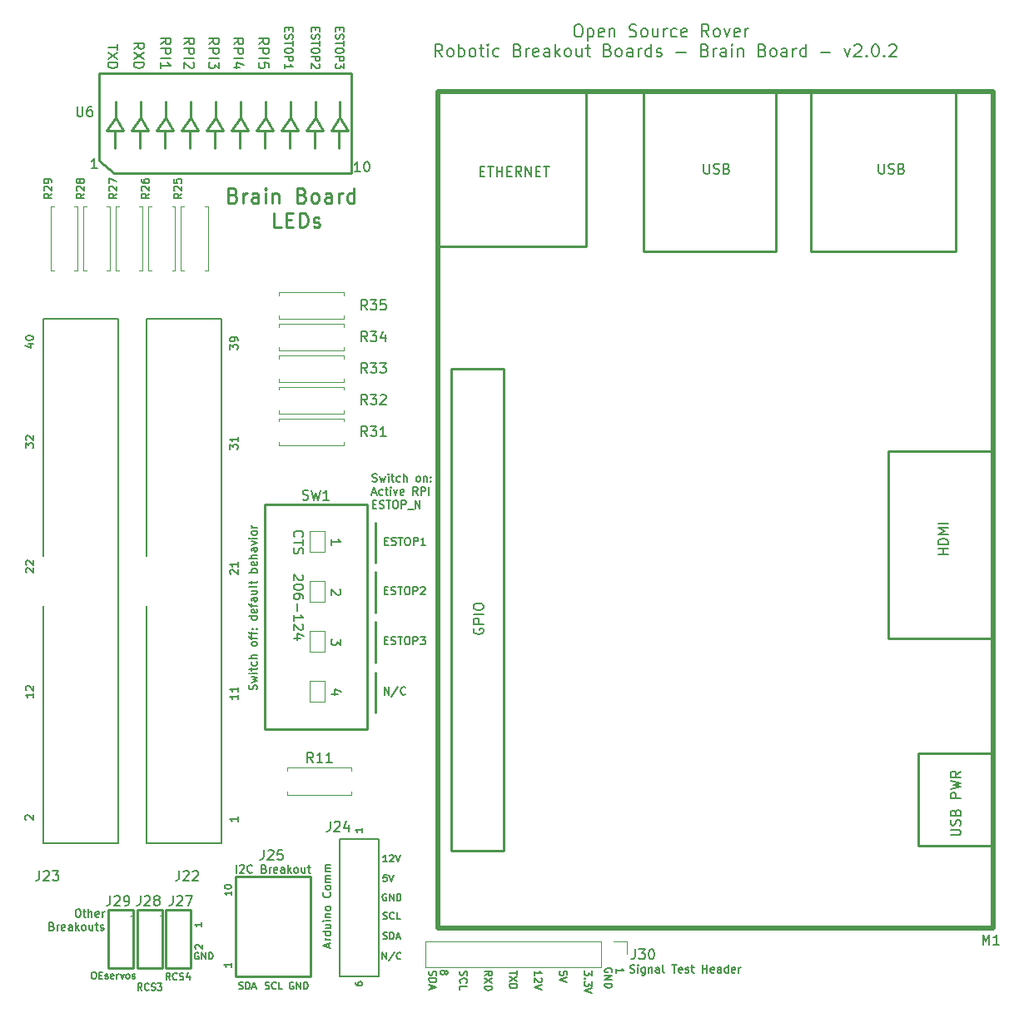
<source format=gto>
G04 #@! TF.GenerationSoftware,KiCad,Pcbnew,(5.1.10-1-10_14)*
G04 #@! TF.CreationDate,2023-04-30T23:51:26-07:00*
G04 #@! TF.ProjectId,Control_Boards,436f6e74-726f-46c5-9f42-6f617264732e,rev?*
G04 #@! TF.SameCoordinates,Original*
G04 #@! TF.FileFunction,Legend,Top*
G04 #@! TF.FilePolarity,Positive*
%FSLAX46Y46*%
G04 Gerber Fmt 4.6, Leading zero omitted, Abs format (unit mm)*
G04 Created by KiCad (PCBNEW (5.1.10-1-10_14)) date 2023-04-30 23:51:26*
%MOMM*%
%LPD*%
G01*
G04 APERTURE LIST*
%ADD10C,0.250000*%
%ADD11C,0.150000*%
%ADD12C,0.200000*%
%ADD13C,0.120000*%
%ADD14C,0.152400*%
%ADD15C,0.500000*%
G04 APERTURE END LIST*
D10*
X82232514Y211161142D02*
X82446800Y211089714D01*
X82518228Y211018285D01*
X82589657Y210875428D01*
X82589657Y210661142D01*
X82518228Y210518285D01*
X82446800Y210446857D01*
X82303942Y210375428D01*
X81732514Y210375428D01*
X81732514Y211875428D01*
X82232514Y211875428D01*
X82375371Y211804000D01*
X82446800Y211732571D01*
X82518228Y211589714D01*
X82518228Y211446857D01*
X82446800Y211304000D01*
X82375371Y211232571D01*
X82232514Y211161142D01*
X81732514Y211161142D01*
X83232514Y210375428D02*
X83232514Y211375428D01*
X83232514Y211089714D02*
X83303942Y211232571D01*
X83375371Y211304000D01*
X83518228Y211375428D01*
X83661085Y211375428D01*
X84803942Y210375428D02*
X84803942Y211161142D01*
X84732514Y211304000D01*
X84589657Y211375428D01*
X84303942Y211375428D01*
X84161085Y211304000D01*
X84803942Y210446857D02*
X84661085Y210375428D01*
X84303942Y210375428D01*
X84161085Y210446857D01*
X84089657Y210589714D01*
X84089657Y210732571D01*
X84161085Y210875428D01*
X84303942Y210946857D01*
X84661085Y210946857D01*
X84803942Y211018285D01*
X85518228Y210375428D02*
X85518228Y211375428D01*
X85518228Y211875428D02*
X85446800Y211804000D01*
X85518228Y211732571D01*
X85589657Y211804000D01*
X85518228Y211875428D01*
X85518228Y211732571D01*
X86232514Y211375428D02*
X86232514Y210375428D01*
X86232514Y211232571D02*
X86303942Y211304000D01*
X86446800Y211375428D01*
X86661085Y211375428D01*
X86803942Y211304000D01*
X86875371Y211161142D01*
X86875371Y210375428D01*
X89232514Y211161142D02*
X89446800Y211089714D01*
X89518228Y211018285D01*
X89589657Y210875428D01*
X89589657Y210661142D01*
X89518228Y210518285D01*
X89446800Y210446857D01*
X89303942Y210375428D01*
X88732514Y210375428D01*
X88732514Y211875428D01*
X89232514Y211875428D01*
X89375371Y211804000D01*
X89446800Y211732571D01*
X89518228Y211589714D01*
X89518228Y211446857D01*
X89446800Y211304000D01*
X89375371Y211232571D01*
X89232514Y211161142D01*
X88732514Y211161142D01*
X90446800Y210375428D02*
X90303942Y210446857D01*
X90232514Y210518285D01*
X90161085Y210661142D01*
X90161085Y211089714D01*
X90232514Y211232571D01*
X90303942Y211304000D01*
X90446800Y211375428D01*
X90661085Y211375428D01*
X90803942Y211304000D01*
X90875371Y211232571D01*
X90946800Y211089714D01*
X90946800Y210661142D01*
X90875371Y210518285D01*
X90803942Y210446857D01*
X90661085Y210375428D01*
X90446800Y210375428D01*
X92232514Y210375428D02*
X92232514Y211161142D01*
X92161085Y211304000D01*
X92018228Y211375428D01*
X91732514Y211375428D01*
X91589657Y211304000D01*
X92232514Y210446857D02*
X92089657Y210375428D01*
X91732514Y210375428D01*
X91589657Y210446857D01*
X91518228Y210589714D01*
X91518228Y210732571D01*
X91589657Y210875428D01*
X91732514Y210946857D01*
X92089657Y210946857D01*
X92232514Y211018285D01*
X92946800Y210375428D02*
X92946800Y211375428D01*
X92946800Y211089714D02*
X93018228Y211232571D01*
X93089657Y211304000D01*
X93232514Y211375428D01*
X93375371Y211375428D01*
X94518228Y210375428D02*
X94518228Y211875428D01*
X94518228Y210446857D02*
X94375371Y210375428D01*
X94089657Y210375428D01*
X93946800Y210446857D01*
X93875371Y210518285D01*
X93803942Y210661142D01*
X93803942Y211089714D01*
X93875371Y211232571D01*
X93946800Y211304000D01*
X94089657Y211375428D01*
X94375371Y211375428D01*
X94518228Y211304000D01*
X87125371Y207875428D02*
X86411085Y207875428D01*
X86411085Y209375428D01*
X87625371Y208661142D02*
X88125371Y208661142D01*
X88339657Y207875428D02*
X87625371Y207875428D01*
X87625371Y209375428D01*
X88339657Y209375428D01*
X88982514Y207875428D02*
X88982514Y209375428D01*
X89339657Y209375428D01*
X89553942Y209304000D01*
X89696800Y209161142D01*
X89768228Y209018285D01*
X89839657Y208732571D01*
X89839657Y208518285D01*
X89768228Y208232571D01*
X89696800Y208089714D01*
X89553942Y207946857D01*
X89339657Y207875428D01*
X88982514Y207875428D01*
X90411085Y207946857D02*
X90553942Y207875428D01*
X90839657Y207875428D01*
X90982514Y207946857D01*
X91053942Y208089714D01*
X91053942Y208161142D01*
X90982514Y208304000D01*
X90839657Y208375428D01*
X90625371Y208375428D01*
X90482514Y208446857D01*
X90411085Y208589714D01*
X90411085Y208661142D01*
X90482514Y208804000D01*
X90625371Y208875428D01*
X90839657Y208875428D01*
X90982514Y208804000D01*
D11*
X117224504Y228519023D02*
X117462600Y228519023D01*
X117581647Y228459500D01*
X117700695Y228340452D01*
X117760219Y228102357D01*
X117760219Y227685690D01*
X117700695Y227447595D01*
X117581647Y227328547D01*
X117462600Y227269023D01*
X117224504Y227269023D01*
X117105457Y227328547D01*
X116986409Y227447595D01*
X116926885Y227685690D01*
X116926885Y228102357D01*
X116986409Y228340452D01*
X117105457Y228459500D01*
X117224504Y228519023D01*
X118295933Y228102357D02*
X118295933Y226852357D01*
X118295933Y228042833D02*
X118414980Y228102357D01*
X118653076Y228102357D01*
X118772123Y228042833D01*
X118831647Y227983309D01*
X118891171Y227864261D01*
X118891171Y227507119D01*
X118831647Y227388071D01*
X118772123Y227328547D01*
X118653076Y227269023D01*
X118414980Y227269023D01*
X118295933Y227328547D01*
X119903076Y227328547D02*
X119784028Y227269023D01*
X119545933Y227269023D01*
X119426885Y227328547D01*
X119367361Y227447595D01*
X119367361Y227923785D01*
X119426885Y228042833D01*
X119545933Y228102357D01*
X119784028Y228102357D01*
X119903076Y228042833D01*
X119962600Y227923785D01*
X119962600Y227804738D01*
X119367361Y227685690D01*
X120498314Y228102357D02*
X120498314Y227269023D01*
X120498314Y227983309D02*
X120557838Y228042833D01*
X120676885Y228102357D01*
X120855457Y228102357D01*
X120974504Y228042833D01*
X121034028Y227923785D01*
X121034028Y227269023D01*
X122522123Y227328547D02*
X122700695Y227269023D01*
X122998314Y227269023D01*
X123117361Y227328547D01*
X123176885Y227388071D01*
X123236409Y227507119D01*
X123236409Y227626166D01*
X123176885Y227745214D01*
X123117361Y227804738D01*
X122998314Y227864261D01*
X122760219Y227923785D01*
X122641171Y227983309D01*
X122581647Y228042833D01*
X122522123Y228161880D01*
X122522123Y228280928D01*
X122581647Y228399976D01*
X122641171Y228459500D01*
X122760219Y228519023D01*
X123057838Y228519023D01*
X123236409Y228459500D01*
X123950695Y227269023D02*
X123831647Y227328547D01*
X123772123Y227388071D01*
X123712600Y227507119D01*
X123712600Y227864261D01*
X123772123Y227983309D01*
X123831647Y228042833D01*
X123950695Y228102357D01*
X124129266Y228102357D01*
X124248314Y228042833D01*
X124307838Y227983309D01*
X124367361Y227864261D01*
X124367361Y227507119D01*
X124307838Y227388071D01*
X124248314Y227328547D01*
X124129266Y227269023D01*
X123950695Y227269023D01*
X125438790Y228102357D02*
X125438790Y227269023D01*
X124903076Y228102357D02*
X124903076Y227447595D01*
X124962600Y227328547D01*
X125081647Y227269023D01*
X125260219Y227269023D01*
X125379266Y227328547D01*
X125438790Y227388071D01*
X126034028Y227269023D02*
X126034028Y228102357D01*
X126034028Y227864261D02*
X126093552Y227983309D01*
X126153076Y228042833D01*
X126272123Y228102357D01*
X126391171Y228102357D01*
X127343552Y227328547D02*
X127224504Y227269023D01*
X126986409Y227269023D01*
X126867361Y227328547D01*
X126807838Y227388071D01*
X126748314Y227507119D01*
X126748314Y227864261D01*
X126807838Y227983309D01*
X126867361Y228042833D01*
X126986409Y228102357D01*
X127224504Y228102357D01*
X127343552Y228042833D01*
X128355457Y227328547D02*
X128236409Y227269023D01*
X127998314Y227269023D01*
X127879266Y227328547D01*
X127819742Y227447595D01*
X127819742Y227923785D01*
X127879266Y228042833D01*
X127998314Y228102357D01*
X128236409Y228102357D01*
X128355457Y228042833D01*
X128414980Y227923785D01*
X128414980Y227804738D01*
X127819742Y227685690D01*
X130617361Y227269023D02*
X130200695Y227864261D01*
X129903076Y227269023D02*
X129903076Y228519023D01*
X130379266Y228519023D01*
X130498314Y228459500D01*
X130557838Y228399976D01*
X130617361Y228280928D01*
X130617361Y228102357D01*
X130557838Y227983309D01*
X130498314Y227923785D01*
X130379266Y227864261D01*
X129903076Y227864261D01*
X131331647Y227269023D02*
X131212600Y227328547D01*
X131153076Y227388071D01*
X131093552Y227507119D01*
X131093552Y227864261D01*
X131153076Y227983309D01*
X131212600Y228042833D01*
X131331647Y228102357D01*
X131510219Y228102357D01*
X131629266Y228042833D01*
X131688790Y227983309D01*
X131748314Y227864261D01*
X131748314Y227507119D01*
X131688790Y227388071D01*
X131629266Y227328547D01*
X131510219Y227269023D01*
X131331647Y227269023D01*
X132164980Y228102357D02*
X132462600Y227269023D01*
X132760219Y228102357D01*
X133712600Y227328547D02*
X133593552Y227269023D01*
X133355457Y227269023D01*
X133236409Y227328547D01*
X133176885Y227447595D01*
X133176885Y227923785D01*
X133236409Y228042833D01*
X133355457Y228102357D01*
X133593552Y228102357D01*
X133712600Y228042833D01*
X133772123Y227923785D01*
X133772123Y227804738D01*
X133176885Y227685690D01*
X134307838Y227269023D02*
X134307838Y228102357D01*
X134307838Y227864261D02*
X134367361Y227983309D01*
X134426885Y228042833D01*
X134545933Y228102357D01*
X134664980Y228102357D01*
X103504266Y225244023D02*
X103087600Y225839261D01*
X102789980Y225244023D02*
X102789980Y226494023D01*
X103266171Y226494023D01*
X103385219Y226434500D01*
X103444742Y226374976D01*
X103504266Y226255928D01*
X103504266Y226077357D01*
X103444742Y225958309D01*
X103385219Y225898785D01*
X103266171Y225839261D01*
X102789980Y225839261D01*
X104218552Y225244023D02*
X104099504Y225303547D01*
X104039980Y225363071D01*
X103980457Y225482119D01*
X103980457Y225839261D01*
X104039980Y225958309D01*
X104099504Y226017833D01*
X104218552Y226077357D01*
X104397123Y226077357D01*
X104516171Y226017833D01*
X104575695Y225958309D01*
X104635219Y225839261D01*
X104635219Y225482119D01*
X104575695Y225363071D01*
X104516171Y225303547D01*
X104397123Y225244023D01*
X104218552Y225244023D01*
X105170933Y225244023D02*
X105170933Y226494023D01*
X105170933Y226017833D02*
X105289980Y226077357D01*
X105528076Y226077357D01*
X105647123Y226017833D01*
X105706647Y225958309D01*
X105766171Y225839261D01*
X105766171Y225482119D01*
X105706647Y225363071D01*
X105647123Y225303547D01*
X105528076Y225244023D01*
X105289980Y225244023D01*
X105170933Y225303547D01*
X106480457Y225244023D02*
X106361409Y225303547D01*
X106301885Y225363071D01*
X106242361Y225482119D01*
X106242361Y225839261D01*
X106301885Y225958309D01*
X106361409Y226017833D01*
X106480457Y226077357D01*
X106659028Y226077357D01*
X106778076Y226017833D01*
X106837600Y225958309D01*
X106897123Y225839261D01*
X106897123Y225482119D01*
X106837600Y225363071D01*
X106778076Y225303547D01*
X106659028Y225244023D01*
X106480457Y225244023D01*
X107254266Y226077357D02*
X107730457Y226077357D01*
X107432838Y226494023D02*
X107432838Y225422595D01*
X107492361Y225303547D01*
X107611409Y225244023D01*
X107730457Y225244023D01*
X108147123Y225244023D02*
X108147123Y226077357D01*
X108147123Y226494023D02*
X108087600Y226434500D01*
X108147123Y226374976D01*
X108206647Y226434500D01*
X108147123Y226494023D01*
X108147123Y226374976D01*
X109278076Y225303547D02*
X109159028Y225244023D01*
X108920933Y225244023D01*
X108801885Y225303547D01*
X108742361Y225363071D01*
X108682838Y225482119D01*
X108682838Y225839261D01*
X108742361Y225958309D01*
X108801885Y226017833D01*
X108920933Y226077357D01*
X109159028Y226077357D01*
X109278076Y226017833D01*
X111182838Y225898785D02*
X111361409Y225839261D01*
X111420933Y225779738D01*
X111480457Y225660690D01*
X111480457Y225482119D01*
X111420933Y225363071D01*
X111361409Y225303547D01*
X111242361Y225244023D01*
X110766171Y225244023D01*
X110766171Y226494023D01*
X111182838Y226494023D01*
X111301885Y226434500D01*
X111361409Y226374976D01*
X111420933Y226255928D01*
X111420933Y226136880D01*
X111361409Y226017833D01*
X111301885Y225958309D01*
X111182838Y225898785D01*
X110766171Y225898785D01*
X112016171Y225244023D02*
X112016171Y226077357D01*
X112016171Y225839261D02*
X112075695Y225958309D01*
X112135219Y226017833D01*
X112254266Y226077357D01*
X112373314Y226077357D01*
X113266171Y225303547D02*
X113147123Y225244023D01*
X112909028Y225244023D01*
X112789980Y225303547D01*
X112730457Y225422595D01*
X112730457Y225898785D01*
X112789980Y226017833D01*
X112909028Y226077357D01*
X113147123Y226077357D01*
X113266171Y226017833D01*
X113325695Y225898785D01*
X113325695Y225779738D01*
X112730457Y225660690D01*
X114397123Y225244023D02*
X114397123Y225898785D01*
X114337600Y226017833D01*
X114218552Y226077357D01*
X113980457Y226077357D01*
X113861409Y226017833D01*
X114397123Y225303547D02*
X114278076Y225244023D01*
X113980457Y225244023D01*
X113861409Y225303547D01*
X113801885Y225422595D01*
X113801885Y225541642D01*
X113861409Y225660690D01*
X113980457Y225720214D01*
X114278076Y225720214D01*
X114397123Y225779738D01*
X114992361Y225244023D02*
X114992361Y226494023D01*
X115111409Y225720214D02*
X115468552Y225244023D01*
X115468552Y226077357D02*
X114992361Y225601166D01*
X116182838Y225244023D02*
X116063790Y225303547D01*
X116004266Y225363071D01*
X115944742Y225482119D01*
X115944742Y225839261D01*
X116004266Y225958309D01*
X116063790Y226017833D01*
X116182838Y226077357D01*
X116361409Y226077357D01*
X116480457Y226017833D01*
X116539980Y225958309D01*
X116599504Y225839261D01*
X116599504Y225482119D01*
X116539980Y225363071D01*
X116480457Y225303547D01*
X116361409Y225244023D01*
X116182838Y225244023D01*
X117670933Y226077357D02*
X117670933Y225244023D01*
X117135219Y226077357D02*
X117135219Y225422595D01*
X117194742Y225303547D01*
X117313790Y225244023D01*
X117492361Y225244023D01*
X117611409Y225303547D01*
X117670933Y225363071D01*
X118087600Y226077357D02*
X118563790Y226077357D01*
X118266171Y226494023D02*
X118266171Y225422595D01*
X118325695Y225303547D01*
X118444742Y225244023D01*
X118563790Y225244023D01*
X120349504Y225898785D02*
X120528076Y225839261D01*
X120587600Y225779738D01*
X120647123Y225660690D01*
X120647123Y225482119D01*
X120587600Y225363071D01*
X120528076Y225303547D01*
X120409028Y225244023D01*
X119932838Y225244023D01*
X119932838Y226494023D01*
X120349504Y226494023D01*
X120468552Y226434500D01*
X120528076Y226374976D01*
X120587600Y226255928D01*
X120587600Y226136880D01*
X120528076Y226017833D01*
X120468552Y225958309D01*
X120349504Y225898785D01*
X119932838Y225898785D01*
X121361409Y225244023D02*
X121242361Y225303547D01*
X121182838Y225363071D01*
X121123314Y225482119D01*
X121123314Y225839261D01*
X121182838Y225958309D01*
X121242361Y226017833D01*
X121361409Y226077357D01*
X121539980Y226077357D01*
X121659028Y226017833D01*
X121718552Y225958309D01*
X121778076Y225839261D01*
X121778076Y225482119D01*
X121718552Y225363071D01*
X121659028Y225303547D01*
X121539980Y225244023D01*
X121361409Y225244023D01*
X122849504Y225244023D02*
X122849504Y225898785D01*
X122789980Y226017833D01*
X122670933Y226077357D01*
X122432838Y226077357D01*
X122313790Y226017833D01*
X122849504Y225303547D02*
X122730457Y225244023D01*
X122432838Y225244023D01*
X122313790Y225303547D01*
X122254266Y225422595D01*
X122254266Y225541642D01*
X122313790Y225660690D01*
X122432838Y225720214D01*
X122730457Y225720214D01*
X122849504Y225779738D01*
X123444742Y225244023D02*
X123444742Y226077357D01*
X123444742Y225839261D02*
X123504266Y225958309D01*
X123563790Y226017833D01*
X123682838Y226077357D01*
X123801885Y226077357D01*
X124754266Y225244023D02*
X124754266Y226494023D01*
X124754266Y225303547D02*
X124635219Y225244023D01*
X124397123Y225244023D01*
X124278076Y225303547D01*
X124218552Y225363071D01*
X124159028Y225482119D01*
X124159028Y225839261D01*
X124218552Y225958309D01*
X124278076Y226017833D01*
X124397123Y226077357D01*
X124635219Y226077357D01*
X124754266Y226017833D01*
X125289980Y225303547D02*
X125409028Y225244023D01*
X125647123Y225244023D01*
X125766171Y225303547D01*
X125825695Y225422595D01*
X125825695Y225482119D01*
X125766171Y225601166D01*
X125647123Y225660690D01*
X125468552Y225660690D01*
X125349504Y225720214D01*
X125289980Y225839261D01*
X125289980Y225898785D01*
X125349504Y226017833D01*
X125468552Y226077357D01*
X125647123Y226077357D01*
X125766171Y226017833D01*
X127313790Y225720214D02*
X128266171Y225720214D01*
X130230457Y225898785D02*
X130409028Y225839261D01*
X130468552Y225779738D01*
X130528076Y225660690D01*
X130528076Y225482119D01*
X130468552Y225363071D01*
X130409028Y225303547D01*
X130289980Y225244023D01*
X129813790Y225244023D01*
X129813790Y226494023D01*
X130230457Y226494023D01*
X130349504Y226434500D01*
X130409028Y226374976D01*
X130468552Y226255928D01*
X130468552Y226136880D01*
X130409028Y226017833D01*
X130349504Y225958309D01*
X130230457Y225898785D01*
X129813790Y225898785D01*
X131063790Y225244023D02*
X131063790Y226077357D01*
X131063790Y225839261D02*
X131123314Y225958309D01*
X131182838Y226017833D01*
X131301885Y226077357D01*
X131420933Y226077357D01*
X132373314Y225244023D02*
X132373314Y225898785D01*
X132313790Y226017833D01*
X132194742Y226077357D01*
X131956647Y226077357D01*
X131837600Y226017833D01*
X132373314Y225303547D02*
X132254266Y225244023D01*
X131956647Y225244023D01*
X131837600Y225303547D01*
X131778076Y225422595D01*
X131778076Y225541642D01*
X131837600Y225660690D01*
X131956647Y225720214D01*
X132254266Y225720214D01*
X132373314Y225779738D01*
X132968552Y225244023D02*
X132968552Y226077357D01*
X132968552Y226494023D02*
X132909028Y226434500D01*
X132968552Y226374976D01*
X133028076Y226434500D01*
X132968552Y226494023D01*
X132968552Y226374976D01*
X133563790Y226077357D02*
X133563790Y225244023D01*
X133563790Y225958309D02*
X133623314Y226017833D01*
X133742361Y226077357D01*
X133920933Y226077357D01*
X134039980Y226017833D01*
X134099504Y225898785D01*
X134099504Y225244023D01*
X136063790Y225898785D02*
X136242361Y225839261D01*
X136301885Y225779738D01*
X136361409Y225660690D01*
X136361409Y225482119D01*
X136301885Y225363071D01*
X136242361Y225303547D01*
X136123314Y225244023D01*
X135647123Y225244023D01*
X135647123Y226494023D01*
X136063790Y226494023D01*
X136182838Y226434500D01*
X136242361Y226374976D01*
X136301885Y226255928D01*
X136301885Y226136880D01*
X136242361Y226017833D01*
X136182838Y225958309D01*
X136063790Y225898785D01*
X135647123Y225898785D01*
X137075695Y225244023D02*
X136956647Y225303547D01*
X136897123Y225363071D01*
X136837600Y225482119D01*
X136837600Y225839261D01*
X136897123Y225958309D01*
X136956647Y226017833D01*
X137075695Y226077357D01*
X137254266Y226077357D01*
X137373314Y226017833D01*
X137432838Y225958309D01*
X137492361Y225839261D01*
X137492361Y225482119D01*
X137432838Y225363071D01*
X137373314Y225303547D01*
X137254266Y225244023D01*
X137075695Y225244023D01*
X138563790Y225244023D02*
X138563790Y225898785D01*
X138504266Y226017833D01*
X138385219Y226077357D01*
X138147123Y226077357D01*
X138028076Y226017833D01*
X138563790Y225303547D02*
X138444742Y225244023D01*
X138147123Y225244023D01*
X138028076Y225303547D01*
X137968552Y225422595D01*
X137968552Y225541642D01*
X138028076Y225660690D01*
X138147123Y225720214D01*
X138444742Y225720214D01*
X138563790Y225779738D01*
X139159028Y225244023D02*
X139159028Y226077357D01*
X139159028Y225839261D02*
X139218552Y225958309D01*
X139278076Y226017833D01*
X139397123Y226077357D01*
X139516171Y226077357D01*
X140468552Y225244023D02*
X140468552Y226494023D01*
X140468552Y225303547D02*
X140349504Y225244023D01*
X140111409Y225244023D01*
X139992361Y225303547D01*
X139932838Y225363071D01*
X139873314Y225482119D01*
X139873314Y225839261D01*
X139932838Y225958309D01*
X139992361Y226017833D01*
X140111409Y226077357D01*
X140349504Y226077357D01*
X140468552Y226017833D01*
X142016171Y225720214D02*
X142968552Y225720214D01*
X144397123Y226077357D02*
X144694742Y225244023D01*
X144992361Y226077357D01*
X145409028Y226374976D02*
X145468552Y226434500D01*
X145587600Y226494023D01*
X145885219Y226494023D01*
X146004266Y226434500D01*
X146063790Y226374976D01*
X146123314Y226255928D01*
X146123314Y226136880D01*
X146063790Y225958309D01*
X145349504Y225244023D01*
X146123314Y225244023D01*
X146659028Y225363071D02*
X146718552Y225303547D01*
X146659028Y225244023D01*
X146599504Y225303547D01*
X146659028Y225363071D01*
X146659028Y225244023D01*
X147492361Y226494023D02*
X147611409Y226494023D01*
X147730457Y226434500D01*
X147789980Y226374976D01*
X147849504Y226255928D01*
X147909028Y226017833D01*
X147909028Y225720214D01*
X147849504Y225482119D01*
X147789980Y225363071D01*
X147730457Y225303547D01*
X147611409Y225244023D01*
X147492361Y225244023D01*
X147373314Y225303547D01*
X147313790Y225363071D01*
X147254266Y225482119D01*
X147194742Y225720214D01*
X147194742Y226017833D01*
X147254266Y226255928D01*
X147313790Y226374976D01*
X147373314Y226434500D01*
X147492361Y226494023D01*
X148444742Y225363071D02*
X148504266Y225303547D01*
X148444742Y225244023D01*
X148385219Y225303547D01*
X148444742Y225363071D01*
X148444742Y225244023D01*
X148980457Y226374976D02*
X149039980Y226434500D01*
X149159028Y226494023D01*
X149456647Y226494023D01*
X149575695Y226434500D01*
X149635219Y226374976D01*
X149694742Y226255928D01*
X149694742Y226136880D01*
X149635219Y225958309D01*
X148920933Y225244023D01*
X149694742Y225244023D01*
X122593800Y132111790D02*
X122708085Y132073695D01*
X122898561Y132073695D01*
X122974752Y132111790D01*
X123012847Y132149885D01*
X123050942Y132226076D01*
X123050942Y132302266D01*
X123012847Y132378457D01*
X122974752Y132416552D01*
X122898561Y132454647D01*
X122746180Y132492742D01*
X122669990Y132530838D01*
X122631895Y132568933D01*
X122593800Y132645123D01*
X122593800Y132721314D01*
X122631895Y132797504D01*
X122669990Y132835600D01*
X122746180Y132873695D01*
X122936657Y132873695D01*
X123050942Y132835600D01*
X123393800Y132073695D02*
X123393800Y132607028D01*
X123393800Y132873695D02*
X123355704Y132835600D01*
X123393800Y132797504D01*
X123431895Y132835600D01*
X123393800Y132873695D01*
X123393800Y132797504D01*
X124117609Y132607028D02*
X124117609Y131959409D01*
X124079514Y131883219D01*
X124041419Y131845123D01*
X123965228Y131807028D01*
X123850942Y131807028D01*
X123774752Y131845123D01*
X124117609Y132111790D02*
X124041419Y132073695D01*
X123889038Y132073695D01*
X123812847Y132111790D01*
X123774752Y132149885D01*
X123736657Y132226076D01*
X123736657Y132454647D01*
X123774752Y132530838D01*
X123812847Y132568933D01*
X123889038Y132607028D01*
X124041419Y132607028D01*
X124117609Y132568933D01*
X124498561Y132607028D02*
X124498561Y132073695D01*
X124498561Y132530838D02*
X124536657Y132568933D01*
X124612847Y132607028D01*
X124727133Y132607028D01*
X124803323Y132568933D01*
X124841419Y132492742D01*
X124841419Y132073695D01*
X125565228Y132073695D02*
X125565228Y132492742D01*
X125527133Y132568933D01*
X125450942Y132607028D01*
X125298561Y132607028D01*
X125222371Y132568933D01*
X125565228Y132111790D02*
X125489038Y132073695D01*
X125298561Y132073695D01*
X125222371Y132111790D01*
X125184276Y132187980D01*
X125184276Y132264171D01*
X125222371Y132340361D01*
X125298561Y132378457D01*
X125489038Y132378457D01*
X125565228Y132416552D01*
X126060466Y132073695D02*
X125984276Y132111790D01*
X125946180Y132187980D01*
X125946180Y132873695D01*
X126860466Y132873695D02*
X127317609Y132873695D01*
X127089038Y132073695D02*
X127089038Y132873695D01*
X127889038Y132111790D02*
X127812847Y132073695D01*
X127660466Y132073695D01*
X127584276Y132111790D01*
X127546180Y132187980D01*
X127546180Y132492742D01*
X127584276Y132568933D01*
X127660466Y132607028D01*
X127812847Y132607028D01*
X127889038Y132568933D01*
X127927133Y132492742D01*
X127927133Y132416552D01*
X127546180Y132340361D01*
X128231895Y132111790D02*
X128308085Y132073695D01*
X128460466Y132073695D01*
X128536657Y132111790D01*
X128574752Y132187980D01*
X128574752Y132226076D01*
X128536657Y132302266D01*
X128460466Y132340361D01*
X128346180Y132340361D01*
X128269990Y132378457D01*
X128231895Y132454647D01*
X128231895Y132492742D01*
X128269990Y132568933D01*
X128346180Y132607028D01*
X128460466Y132607028D01*
X128536657Y132568933D01*
X128803323Y132607028D02*
X129108085Y132607028D01*
X128917609Y132873695D02*
X128917609Y132187980D01*
X128955704Y132111790D01*
X129031895Y132073695D01*
X129108085Y132073695D01*
X129984276Y132073695D02*
X129984276Y132873695D01*
X129984276Y132492742D02*
X130441419Y132492742D01*
X130441419Y132073695D02*
X130441419Y132873695D01*
X131127133Y132111790D02*
X131050942Y132073695D01*
X130898561Y132073695D01*
X130822371Y132111790D01*
X130784276Y132187980D01*
X130784276Y132492742D01*
X130822371Y132568933D01*
X130898561Y132607028D01*
X131050942Y132607028D01*
X131127133Y132568933D01*
X131165228Y132492742D01*
X131165228Y132416552D01*
X130784276Y132340361D01*
X131850942Y132073695D02*
X131850942Y132492742D01*
X131812847Y132568933D01*
X131736657Y132607028D01*
X131584276Y132607028D01*
X131508085Y132568933D01*
X131850942Y132111790D02*
X131774752Y132073695D01*
X131584276Y132073695D01*
X131508085Y132111790D01*
X131469990Y132187980D01*
X131469990Y132264171D01*
X131508085Y132340361D01*
X131584276Y132378457D01*
X131774752Y132378457D01*
X131850942Y132416552D01*
X132574752Y132073695D02*
X132574752Y132873695D01*
X132574752Y132111790D02*
X132498561Y132073695D01*
X132346180Y132073695D01*
X132269990Y132111790D01*
X132231895Y132149885D01*
X132193800Y132226076D01*
X132193800Y132454647D01*
X132231895Y132530838D01*
X132269990Y132568933D01*
X132346180Y132607028D01*
X132498561Y132607028D01*
X132574752Y132568933D01*
X133260466Y132111790D02*
X133184276Y132073695D01*
X133031895Y132073695D01*
X132955704Y132111790D01*
X132917609Y132187980D01*
X132917609Y132492742D01*
X132955704Y132568933D01*
X133031895Y132607028D01*
X133184276Y132607028D01*
X133260466Y132568933D01*
X133298561Y132492742D01*
X133298561Y132416552D01*
X132917609Y132340361D01*
X133641419Y132073695D02*
X133641419Y132607028D01*
X133641419Y132454647D02*
X133679514Y132530838D01*
X133717609Y132568933D01*
X133793800Y132607028D01*
X133869990Y132607028D01*
X121199714Y132068914D02*
X121199714Y132497485D01*
X121199714Y132283200D02*
X121949714Y132283200D01*
X121842571Y132354628D01*
X121771142Y132426057D01*
X121735428Y132497485D01*
X103746685Y132176828D02*
X103782400Y132248257D01*
X103818114Y132283971D01*
X103889542Y132319685D01*
X103925257Y132319685D01*
X103996685Y132283971D01*
X104032400Y132248257D01*
X104068114Y132176828D01*
X104068114Y132033971D01*
X104032400Y131962542D01*
X103996685Y131926828D01*
X103925257Y131891114D01*
X103889542Y131891114D01*
X103818114Y131926828D01*
X103782400Y131962542D01*
X103746685Y132033971D01*
X103746685Y132176828D01*
X103710971Y132248257D01*
X103675257Y132283971D01*
X103603828Y132319685D01*
X103460971Y132319685D01*
X103389542Y132283971D01*
X103353828Y132248257D01*
X103318114Y132176828D01*
X103318114Y132033971D01*
X103353828Y131962542D01*
X103389542Y131926828D01*
X103460971Y131891114D01*
X103603828Y131891114D01*
X103675257Y131926828D01*
X103710971Y131962542D01*
X103746685Y132033971D01*
X120745600Y132118028D02*
X120781314Y132189457D01*
X120781314Y132296600D01*
X120745600Y132403742D01*
X120674171Y132475171D01*
X120602742Y132510885D01*
X120459885Y132546600D01*
X120352742Y132546600D01*
X120209885Y132510885D01*
X120138457Y132475171D01*
X120067028Y132403742D01*
X120031314Y132296600D01*
X120031314Y132225171D01*
X120067028Y132118028D01*
X120102742Y132082314D01*
X120352742Y132082314D01*
X120352742Y132225171D01*
X120031314Y131760885D02*
X120781314Y131760885D01*
X120031314Y131332314D01*
X120781314Y131332314D01*
X120031314Y130975171D02*
X120781314Y130975171D01*
X120781314Y130796600D01*
X120745600Y130689457D01*
X120674171Y130618028D01*
X120602742Y130582314D01*
X120459885Y130546600D01*
X120352742Y130546600D01*
X120209885Y130582314D01*
X120138457Y130618028D01*
X120067028Y130689457D01*
X120031314Y130796600D01*
X120031314Y130975171D01*
X118698514Y132257128D02*
X118698514Y131792842D01*
X118412800Y132042842D01*
X118412800Y131935699D01*
X118377085Y131864271D01*
X118341371Y131828556D01*
X118269942Y131792842D01*
X118091371Y131792842D01*
X118019942Y131828556D01*
X117984228Y131864271D01*
X117948514Y131935699D01*
X117948514Y132149985D01*
X117984228Y132221413D01*
X118019942Y132257128D01*
X118019942Y131471413D02*
X117984228Y131435699D01*
X117948514Y131471413D01*
X117984228Y131507128D01*
X118019942Y131471413D01*
X117948514Y131471413D01*
X118698514Y131185699D02*
X118698514Y130721413D01*
X118412800Y130971413D01*
X118412800Y130864271D01*
X118377085Y130792842D01*
X118341371Y130757128D01*
X118269942Y130721413D01*
X118091371Y130721413D01*
X118019942Y130757128D01*
X117984228Y130792842D01*
X117948514Y130864271D01*
X117948514Y131078556D01*
X117984228Y131149985D01*
X118019942Y131185699D01*
X118698514Y130507128D02*
X117948514Y130257128D01*
X118698514Y130007128D01*
X116168674Y131828556D02*
X116168674Y132185699D01*
X115811531Y132221413D01*
X115847245Y132185699D01*
X115882960Y132114271D01*
X115882960Y131935699D01*
X115847245Y131864271D01*
X115811531Y131828556D01*
X115740102Y131792842D01*
X115561531Y131792842D01*
X115490102Y131828556D01*
X115454388Y131864271D01*
X115418674Y131935699D01*
X115418674Y132114271D01*
X115454388Y132185699D01*
X115490102Y132221413D01*
X116168674Y131578556D02*
X115418674Y131328556D01*
X116168674Y131078556D01*
X112888834Y131792842D02*
X112888834Y132221413D01*
X112888834Y132007128D02*
X113638834Y132007128D01*
X113531691Y132078556D01*
X113460262Y132149985D01*
X113424548Y132221413D01*
X113567405Y131507128D02*
X113603120Y131471413D01*
X113638834Y131399985D01*
X113638834Y131221413D01*
X113603120Y131149985D01*
X113567405Y131114271D01*
X113495977Y131078556D01*
X113424548Y131078556D01*
X113317405Y131114271D01*
X112888834Y131542842D01*
X112888834Y131078556D01*
X113638834Y130864271D02*
X112888834Y130614271D01*
X113638834Y130364271D01*
X111108994Y132292842D02*
X111108994Y131864271D01*
X110358994Y132078556D02*
X111108994Y132078556D01*
X111108994Y131685699D02*
X110358994Y131185699D01*
X111108994Y131185699D02*
X110358994Y131685699D01*
X110358994Y130899985D02*
X111108994Y130899985D01*
X111108994Y130721413D01*
X111073280Y130614271D01*
X111001851Y130542842D01*
X110930422Y130507128D01*
X110787565Y130471413D01*
X110680422Y130471413D01*
X110537565Y130507128D01*
X110466137Y130542842D01*
X110394708Y130614271D01*
X110358994Y130721413D01*
X110358994Y130899985D01*
X107829154Y131757128D02*
X108186297Y132007128D01*
X107829154Y132185699D02*
X108579154Y132185699D01*
X108579154Y131899985D01*
X108543440Y131828556D01*
X108507725Y131792842D01*
X108436297Y131757128D01*
X108329154Y131757128D01*
X108257725Y131792842D01*
X108222011Y131828556D01*
X108186297Y131899985D01*
X108186297Y132185699D01*
X108579154Y131507128D02*
X107829154Y131007128D01*
X108579154Y131007128D02*
X107829154Y131507128D01*
X107829154Y130721413D02*
X108579154Y130721413D01*
X108579154Y130542842D01*
X108543440Y130435699D01*
X108472011Y130364271D01*
X108400582Y130328556D01*
X108257725Y130292842D01*
X108150582Y130292842D01*
X108007725Y130328556D01*
X107936297Y130364271D01*
X107864868Y130435699D01*
X107829154Y130542842D01*
X107829154Y130721413D01*
X105335028Y132221413D02*
X105299314Y132114271D01*
X105299314Y131935699D01*
X105335028Y131864271D01*
X105370742Y131828556D01*
X105442171Y131792842D01*
X105513600Y131792842D01*
X105585028Y131828556D01*
X105620742Y131864271D01*
X105656457Y131935699D01*
X105692171Y132078556D01*
X105727885Y132149985D01*
X105763600Y132185699D01*
X105835028Y132221413D01*
X105906457Y132221413D01*
X105977885Y132185699D01*
X106013600Y132149985D01*
X106049314Y132078556D01*
X106049314Y131899985D01*
X106013600Y131792842D01*
X105370742Y131042842D02*
X105335028Y131078556D01*
X105299314Y131185699D01*
X105299314Y131257128D01*
X105335028Y131364271D01*
X105406457Y131435699D01*
X105477885Y131471413D01*
X105620742Y131507128D01*
X105727885Y131507128D01*
X105870742Y131471413D01*
X105942171Y131435699D01*
X106013600Y131364271D01*
X106049314Y131257128D01*
X106049314Y131185699D01*
X106013600Y131078556D01*
X105977885Y131042842D01*
X105299314Y130364271D02*
X105299314Y130721413D01*
X106049314Y130721413D01*
X102185428Y132246042D02*
X102149714Y132138900D01*
X102149714Y131960328D01*
X102185428Y131888900D01*
X102221142Y131853185D01*
X102292571Y131817471D01*
X102364000Y131817471D01*
X102435428Y131853185D01*
X102471142Y131888900D01*
X102506857Y131960328D01*
X102542571Y132103185D01*
X102578285Y132174614D01*
X102614000Y132210328D01*
X102685428Y132246042D01*
X102756857Y132246042D01*
X102828285Y132210328D01*
X102864000Y132174614D01*
X102899714Y132103185D01*
X102899714Y131924614D01*
X102864000Y131817471D01*
X102149714Y131496042D02*
X102899714Y131496042D01*
X102899714Y131317471D01*
X102864000Y131210328D01*
X102792571Y131138900D01*
X102721142Y131103185D01*
X102578285Y131067471D01*
X102471142Y131067471D01*
X102328285Y131103185D01*
X102256857Y131138900D01*
X102185428Y131210328D01*
X102149714Y131317471D01*
X102149714Y131496042D01*
X102364000Y130781757D02*
X102364000Y130424614D01*
X102149714Y130853185D02*
X102899714Y130603185D01*
X102149714Y130353185D01*
X82569514Y142233695D02*
X82569514Y143033695D01*
X82912371Y142957504D02*
X82950466Y142995600D01*
X83026657Y143033695D01*
X83217133Y143033695D01*
X83293323Y142995600D01*
X83331419Y142957504D01*
X83369514Y142881314D01*
X83369514Y142805123D01*
X83331419Y142690838D01*
X82874276Y142233695D01*
X83369514Y142233695D01*
X84169514Y142309885D02*
X84131419Y142271790D01*
X84017133Y142233695D01*
X83940942Y142233695D01*
X83826657Y142271790D01*
X83750466Y142347980D01*
X83712371Y142424171D01*
X83674276Y142576552D01*
X83674276Y142690838D01*
X83712371Y142843219D01*
X83750466Y142919409D01*
X83826657Y142995600D01*
X83940942Y143033695D01*
X84017133Y143033695D01*
X84131419Y142995600D01*
X84169514Y142957504D01*
X85388561Y142652742D02*
X85502847Y142614647D01*
X85540942Y142576552D01*
X85579038Y142500361D01*
X85579038Y142386076D01*
X85540942Y142309885D01*
X85502847Y142271790D01*
X85426657Y142233695D01*
X85121895Y142233695D01*
X85121895Y143033695D01*
X85388561Y143033695D01*
X85464752Y142995600D01*
X85502847Y142957504D01*
X85540942Y142881314D01*
X85540942Y142805123D01*
X85502847Y142728933D01*
X85464752Y142690838D01*
X85388561Y142652742D01*
X85121895Y142652742D01*
X85921895Y142233695D02*
X85921895Y142767028D01*
X85921895Y142614647D02*
X85959990Y142690838D01*
X85998085Y142728933D01*
X86074276Y142767028D01*
X86150466Y142767028D01*
X86721895Y142271790D02*
X86645704Y142233695D01*
X86493323Y142233695D01*
X86417133Y142271790D01*
X86379038Y142347980D01*
X86379038Y142652742D01*
X86417133Y142728933D01*
X86493323Y142767028D01*
X86645704Y142767028D01*
X86721895Y142728933D01*
X86759990Y142652742D01*
X86759990Y142576552D01*
X86379038Y142500361D01*
X87445704Y142233695D02*
X87445704Y142652742D01*
X87407609Y142728933D01*
X87331419Y142767028D01*
X87179038Y142767028D01*
X87102847Y142728933D01*
X87445704Y142271790D02*
X87369514Y142233695D01*
X87179038Y142233695D01*
X87102847Y142271790D01*
X87064752Y142347980D01*
X87064752Y142424171D01*
X87102847Y142500361D01*
X87179038Y142538457D01*
X87369514Y142538457D01*
X87445704Y142576552D01*
X87826657Y142233695D02*
X87826657Y143033695D01*
X87902847Y142538457D02*
X88131419Y142233695D01*
X88131419Y142767028D02*
X87826657Y142462266D01*
X88588561Y142233695D02*
X88512371Y142271790D01*
X88474276Y142309885D01*
X88436180Y142386076D01*
X88436180Y142614647D01*
X88474276Y142690838D01*
X88512371Y142728933D01*
X88588561Y142767028D01*
X88702847Y142767028D01*
X88779038Y142728933D01*
X88817133Y142690838D01*
X88855228Y142614647D01*
X88855228Y142386076D01*
X88817133Y142309885D01*
X88779038Y142271790D01*
X88702847Y142233695D01*
X88588561Y142233695D01*
X89540942Y142767028D02*
X89540942Y142233695D01*
X89198085Y142767028D02*
X89198085Y142347980D01*
X89236180Y142271790D01*
X89312371Y142233695D01*
X89426657Y142233695D01*
X89502847Y142271790D01*
X89540942Y142309885D01*
X89807609Y142767028D02*
X90112371Y142767028D01*
X89921895Y143033695D02*
X89921895Y142347980D01*
X89959990Y142271790D01*
X90036180Y142233695D01*
X90112371Y142233695D01*
X91928933Y134666680D02*
X91928933Y135047633D01*
X92157504Y134590490D02*
X91357504Y134857157D01*
X92157504Y135123823D01*
X92157504Y135390490D02*
X91624171Y135390490D01*
X91776552Y135390490D02*
X91700361Y135428585D01*
X91662266Y135466680D01*
X91624171Y135542871D01*
X91624171Y135619061D01*
X92157504Y136228585D02*
X91357504Y136228585D01*
X92119409Y136228585D02*
X92157504Y136152395D01*
X92157504Y136000014D01*
X92119409Y135923823D01*
X92081314Y135885728D01*
X92005123Y135847633D01*
X91776552Y135847633D01*
X91700361Y135885728D01*
X91662266Y135923823D01*
X91624171Y136000014D01*
X91624171Y136152395D01*
X91662266Y136228585D01*
X91624171Y136952395D02*
X92157504Y136952395D01*
X91624171Y136609538D02*
X92043219Y136609538D01*
X92119409Y136647633D01*
X92157504Y136723823D01*
X92157504Y136838109D01*
X92119409Y136914300D01*
X92081314Y136952395D01*
X92157504Y137333347D02*
X91624171Y137333347D01*
X91357504Y137333347D02*
X91395600Y137295252D01*
X91433695Y137333347D01*
X91395600Y137371442D01*
X91357504Y137333347D01*
X91433695Y137333347D01*
X91624171Y137714300D02*
X92157504Y137714300D01*
X91700361Y137714300D02*
X91662266Y137752395D01*
X91624171Y137828585D01*
X91624171Y137942871D01*
X91662266Y138019061D01*
X91738457Y138057157D01*
X92157504Y138057157D01*
X92157504Y138552395D02*
X92119409Y138476204D01*
X92081314Y138438109D01*
X92005123Y138400014D01*
X91776552Y138400014D01*
X91700361Y138438109D01*
X91662266Y138476204D01*
X91624171Y138552395D01*
X91624171Y138666680D01*
X91662266Y138742871D01*
X91700361Y138780966D01*
X91776552Y138819061D01*
X92005123Y138819061D01*
X92081314Y138780966D01*
X92119409Y138742871D01*
X92157504Y138666680D01*
X92157504Y138552395D01*
X92081314Y140228585D02*
X92119409Y140190490D01*
X92157504Y140076204D01*
X92157504Y140000014D01*
X92119409Y139885728D01*
X92043219Y139809538D01*
X91967028Y139771442D01*
X91814647Y139733347D01*
X91700361Y139733347D01*
X91547980Y139771442D01*
X91471790Y139809538D01*
X91395600Y139885728D01*
X91357504Y140000014D01*
X91357504Y140076204D01*
X91395600Y140190490D01*
X91433695Y140228585D01*
X92157504Y140685728D02*
X92119409Y140609538D01*
X92081314Y140571442D01*
X92005123Y140533347D01*
X91776552Y140533347D01*
X91700361Y140571442D01*
X91662266Y140609538D01*
X91624171Y140685728D01*
X91624171Y140800014D01*
X91662266Y140876204D01*
X91700361Y140914300D01*
X91776552Y140952395D01*
X92005123Y140952395D01*
X92081314Y140914300D01*
X92119409Y140876204D01*
X92157504Y140800014D01*
X92157504Y140685728D01*
X92157504Y141295252D02*
X91624171Y141295252D01*
X91700361Y141295252D02*
X91662266Y141333347D01*
X91624171Y141409538D01*
X91624171Y141523823D01*
X91662266Y141600014D01*
X91738457Y141638109D01*
X92157504Y141638109D01*
X91738457Y141638109D02*
X91662266Y141676204D01*
X91624171Y141752395D01*
X91624171Y141866680D01*
X91662266Y141942871D01*
X91738457Y141980966D01*
X92157504Y141980966D01*
X92157504Y142361919D02*
X91624171Y142361919D01*
X91700361Y142361919D02*
X91662266Y142400014D01*
X91624171Y142476204D01*
X91624171Y142590490D01*
X91662266Y142666680D01*
X91738457Y142704776D01*
X92157504Y142704776D01*
X91738457Y142704776D02*
X91662266Y142742871D01*
X91624171Y142819061D01*
X91624171Y142933347D01*
X91662266Y143009538D01*
X91738457Y143047633D01*
X92157504Y143047633D01*
X97419166Y133439733D02*
X97419166Y134139733D01*
X97819166Y133439733D01*
X97819166Y134139733D01*
X98652500Y134173066D02*
X98052500Y133273066D01*
X99285833Y133506400D02*
X99252500Y133473066D01*
X99152500Y133439733D01*
X99085833Y133439733D01*
X98985833Y133473066D01*
X98919166Y133539733D01*
X98885833Y133606400D01*
X98852500Y133739733D01*
X98852500Y133839733D01*
X98885833Y133973066D01*
X98919166Y134039733D01*
X98985833Y134106400D01*
X99085833Y134139733D01*
X99152500Y134139733D01*
X99252500Y134106400D01*
X99285833Y134073066D01*
X97487433Y135530466D02*
X97587433Y135497133D01*
X97754100Y135497133D01*
X97820766Y135530466D01*
X97854100Y135563800D01*
X97887433Y135630466D01*
X97887433Y135697133D01*
X97854100Y135763800D01*
X97820766Y135797133D01*
X97754100Y135830466D01*
X97620766Y135863800D01*
X97554100Y135897133D01*
X97520766Y135930466D01*
X97487433Y135997133D01*
X97487433Y136063800D01*
X97520766Y136130466D01*
X97554100Y136163800D01*
X97620766Y136197133D01*
X97787433Y136197133D01*
X97887433Y136163800D01*
X98187433Y135497133D02*
X98187433Y136197133D01*
X98354100Y136197133D01*
X98454100Y136163800D01*
X98520766Y136097133D01*
X98554100Y136030466D01*
X98587433Y135897133D01*
X98587433Y135797133D01*
X98554100Y135663800D01*
X98520766Y135597133D01*
X98454100Y135530466D01*
X98354100Y135497133D01*
X98187433Y135497133D01*
X98854100Y135697133D02*
X99187433Y135697133D01*
X98787433Y135497133D02*
X99020766Y136197133D01*
X99254100Y135497133D01*
X97487433Y137562466D02*
X97587433Y137529133D01*
X97754100Y137529133D01*
X97820766Y137562466D01*
X97854100Y137595800D01*
X97887433Y137662466D01*
X97887433Y137729133D01*
X97854100Y137795800D01*
X97820766Y137829133D01*
X97754100Y137862466D01*
X97620766Y137895800D01*
X97554100Y137929133D01*
X97520766Y137962466D01*
X97487433Y138029133D01*
X97487433Y138095800D01*
X97520766Y138162466D01*
X97554100Y138195800D01*
X97620766Y138229133D01*
X97787433Y138229133D01*
X97887433Y138195800D01*
X98587433Y137595800D02*
X98554100Y137562466D01*
X98454100Y137529133D01*
X98387433Y137529133D01*
X98287433Y137562466D01*
X98220766Y137629133D01*
X98187433Y137695800D01*
X98154100Y137829133D01*
X98154100Y137929133D01*
X98187433Y138062466D01*
X98220766Y138129133D01*
X98287433Y138195800D01*
X98387433Y138229133D01*
X98454100Y138229133D01*
X98554100Y138195800D01*
X98587433Y138162466D01*
X99220766Y137529133D02*
X98887433Y137529133D01*
X98887433Y138229133D01*
X97811233Y140075400D02*
X97744566Y140108733D01*
X97644566Y140108733D01*
X97544566Y140075400D01*
X97477900Y140008733D01*
X97444566Y139942066D01*
X97411233Y139808733D01*
X97411233Y139708733D01*
X97444566Y139575400D01*
X97477900Y139508733D01*
X97544566Y139442066D01*
X97644566Y139408733D01*
X97711233Y139408733D01*
X97811233Y139442066D01*
X97844566Y139475400D01*
X97844566Y139708733D01*
X97711233Y139708733D01*
X98144566Y139408733D02*
X98144566Y140108733D01*
X98544566Y139408733D01*
X98544566Y140108733D01*
X98877900Y139408733D02*
X98877900Y140108733D01*
X99044566Y140108733D01*
X99144566Y140075400D01*
X99211233Y140008733D01*
X99244566Y139942066D01*
X99277900Y139808733D01*
X99277900Y139708733D01*
X99244566Y139575400D01*
X99211233Y139508733D01*
X99144566Y139442066D01*
X99044566Y139408733D01*
X98877900Y139408733D01*
X97854100Y142064533D02*
X97520766Y142064533D01*
X97487433Y141731200D01*
X97520766Y141764533D01*
X97587433Y141797866D01*
X97754100Y141797866D01*
X97820766Y141764533D01*
X97854100Y141731200D01*
X97887433Y141664533D01*
X97887433Y141497866D01*
X97854100Y141431200D01*
X97820766Y141397866D01*
X97754100Y141364533D01*
X97587433Y141364533D01*
X97520766Y141397866D01*
X97487433Y141431200D01*
X98087433Y142064533D02*
X98320766Y141364533D01*
X98554100Y142064533D01*
X97887433Y143345733D02*
X97487433Y143345733D01*
X97687433Y143345733D02*
X97687433Y144045733D01*
X97620766Y143945733D01*
X97554100Y143879066D01*
X97487433Y143845733D01*
X98154100Y143979066D02*
X98187433Y144012400D01*
X98254100Y144045733D01*
X98420766Y144045733D01*
X98487433Y144012400D01*
X98520766Y143979066D01*
X98554100Y143912400D01*
X98554100Y143845733D01*
X98520766Y143745733D01*
X98120766Y143345733D01*
X98554100Y143345733D01*
X98754100Y144045733D02*
X98987433Y143345733D01*
X99220766Y144045733D01*
X88362433Y131083800D02*
X88295766Y131117133D01*
X88195766Y131117133D01*
X88095766Y131083800D01*
X88029100Y131017133D01*
X87995766Y130950466D01*
X87962433Y130817133D01*
X87962433Y130717133D01*
X87995766Y130583800D01*
X88029100Y130517133D01*
X88095766Y130450466D01*
X88195766Y130417133D01*
X88262433Y130417133D01*
X88362433Y130450466D01*
X88395766Y130483800D01*
X88395766Y130717133D01*
X88262433Y130717133D01*
X88695766Y130417133D02*
X88695766Y131117133D01*
X89095766Y130417133D01*
X89095766Y131117133D01*
X89429100Y130417133D02*
X89429100Y131117133D01*
X89595766Y131117133D01*
X89695766Y131083800D01*
X89762433Y131017133D01*
X89795766Y130950466D01*
X89829100Y130817133D01*
X89829100Y130717133D01*
X89795766Y130583800D01*
X89762433Y130517133D01*
X89695766Y130450466D01*
X89595766Y130417133D01*
X89429100Y130417133D01*
X85498633Y130450466D02*
X85598633Y130417133D01*
X85765300Y130417133D01*
X85831966Y130450466D01*
X85865300Y130483800D01*
X85898633Y130550466D01*
X85898633Y130617133D01*
X85865300Y130683800D01*
X85831966Y130717133D01*
X85765300Y130750466D01*
X85631966Y130783800D01*
X85565300Y130817133D01*
X85531966Y130850466D01*
X85498633Y130917133D01*
X85498633Y130983800D01*
X85531966Y131050466D01*
X85565300Y131083800D01*
X85631966Y131117133D01*
X85798633Y131117133D01*
X85898633Y131083800D01*
X86598633Y130483800D02*
X86565300Y130450466D01*
X86465300Y130417133D01*
X86398633Y130417133D01*
X86298633Y130450466D01*
X86231966Y130517133D01*
X86198633Y130583800D01*
X86165300Y130717133D01*
X86165300Y130817133D01*
X86198633Y130950466D01*
X86231966Y131017133D01*
X86298633Y131083800D01*
X86398633Y131117133D01*
X86465300Y131117133D01*
X86565300Y131083800D01*
X86598633Y131050466D01*
X87231966Y130417133D02*
X86898633Y130417133D01*
X86898633Y131117133D01*
X82831633Y130450466D02*
X82931633Y130417133D01*
X83098300Y130417133D01*
X83164966Y130450466D01*
X83198300Y130483800D01*
X83231633Y130550466D01*
X83231633Y130617133D01*
X83198300Y130683800D01*
X83164966Y130717133D01*
X83098300Y130750466D01*
X82964966Y130783800D01*
X82898300Y130817133D01*
X82864966Y130850466D01*
X82831633Y130917133D01*
X82831633Y130983800D01*
X82864966Y131050466D01*
X82898300Y131083800D01*
X82964966Y131117133D01*
X83131633Y131117133D01*
X83231633Y131083800D01*
X83531633Y130417133D02*
X83531633Y131117133D01*
X83698300Y131117133D01*
X83798300Y131083800D01*
X83864966Y131017133D01*
X83898300Y130950466D01*
X83931633Y130817133D01*
X83931633Y130717133D01*
X83898300Y130583800D01*
X83864966Y130517133D01*
X83798300Y130450466D01*
X83698300Y130417133D01*
X83531633Y130417133D01*
X84198300Y130617133D02*
X84531633Y130617133D01*
X84131633Y130417133D02*
X84364966Y131117133D01*
X84598300Y130417133D01*
X78710433Y134106400D02*
X78643766Y134139733D01*
X78543766Y134139733D01*
X78443766Y134106400D01*
X78377100Y134039733D01*
X78343766Y133973066D01*
X78310433Y133839733D01*
X78310433Y133739733D01*
X78343766Y133606400D01*
X78377100Y133539733D01*
X78443766Y133473066D01*
X78543766Y133439733D01*
X78610433Y133439733D01*
X78710433Y133473066D01*
X78743766Y133506400D01*
X78743766Y133739733D01*
X78610433Y133739733D01*
X79043766Y133439733D02*
X79043766Y134139733D01*
X79443766Y133439733D01*
X79443766Y134139733D01*
X79777100Y133439733D02*
X79777100Y134139733D01*
X79943766Y134139733D01*
X80043766Y134106400D01*
X80110433Y134039733D01*
X80143766Y133973066D01*
X80177100Y133839733D01*
X80177100Y133739733D01*
X80143766Y133606400D01*
X80110433Y133539733D01*
X80043766Y133473066D01*
X79943766Y133439733D01*
X79777100Y133439733D01*
X75822766Y131356933D02*
X75589433Y131690266D01*
X75422766Y131356933D02*
X75422766Y132056933D01*
X75689433Y132056933D01*
X75756100Y132023600D01*
X75789433Y131990266D01*
X75822766Y131923600D01*
X75822766Y131823600D01*
X75789433Y131756933D01*
X75756100Y131723600D01*
X75689433Y131690266D01*
X75422766Y131690266D01*
X76522766Y131423600D02*
X76489433Y131390266D01*
X76389433Y131356933D01*
X76322766Y131356933D01*
X76222766Y131390266D01*
X76156100Y131456933D01*
X76122766Y131523600D01*
X76089433Y131656933D01*
X76089433Y131756933D01*
X76122766Y131890266D01*
X76156100Y131956933D01*
X76222766Y132023600D01*
X76322766Y132056933D01*
X76389433Y132056933D01*
X76489433Y132023600D01*
X76522766Y131990266D01*
X76789433Y131390266D02*
X76889433Y131356933D01*
X77056100Y131356933D01*
X77122766Y131390266D01*
X77156100Y131423600D01*
X77189433Y131490266D01*
X77189433Y131556933D01*
X77156100Y131623600D01*
X77122766Y131656933D01*
X77056100Y131690266D01*
X76922766Y131723600D01*
X76856100Y131756933D01*
X76822766Y131790266D01*
X76789433Y131856933D01*
X76789433Y131923600D01*
X76822766Y131990266D01*
X76856100Y132023600D01*
X76922766Y132056933D01*
X77089433Y132056933D01*
X77189433Y132023600D01*
X77789433Y131823600D02*
X77789433Y131356933D01*
X77622766Y132090266D02*
X77456100Y131590266D01*
X77889433Y131590266D01*
X72952566Y130290133D02*
X72719233Y130623466D01*
X72552566Y130290133D02*
X72552566Y130990133D01*
X72819233Y130990133D01*
X72885900Y130956800D01*
X72919233Y130923466D01*
X72952566Y130856800D01*
X72952566Y130756800D01*
X72919233Y130690133D01*
X72885900Y130656800D01*
X72819233Y130623466D01*
X72552566Y130623466D01*
X73652566Y130356800D02*
X73619233Y130323466D01*
X73519233Y130290133D01*
X73452566Y130290133D01*
X73352566Y130323466D01*
X73285900Y130390133D01*
X73252566Y130456800D01*
X73219233Y130590133D01*
X73219233Y130690133D01*
X73252566Y130823466D01*
X73285900Y130890133D01*
X73352566Y130956800D01*
X73452566Y130990133D01*
X73519233Y130990133D01*
X73619233Y130956800D01*
X73652566Y130923466D01*
X73919233Y130323466D02*
X74019233Y130290133D01*
X74185900Y130290133D01*
X74252566Y130323466D01*
X74285900Y130356800D01*
X74319233Y130423466D01*
X74319233Y130490133D01*
X74285900Y130556800D01*
X74252566Y130590133D01*
X74185900Y130623466D01*
X74052566Y130656800D01*
X73985900Y130690133D01*
X73952566Y130723466D01*
X73919233Y130790133D01*
X73919233Y130856800D01*
X73952566Y130923466D01*
X73985900Y130956800D01*
X74052566Y130990133D01*
X74219233Y130990133D01*
X74319233Y130956800D01*
X74552566Y130990133D02*
X74985900Y130990133D01*
X74752566Y130723466D01*
X74852566Y130723466D01*
X74919233Y130690133D01*
X74952566Y130656800D01*
X74985900Y130590133D01*
X74985900Y130423466D01*
X74952566Y130356800D01*
X74919233Y130323466D01*
X74852566Y130290133D01*
X74652566Y130290133D01*
X74585900Y130323466D01*
X74552566Y130356800D01*
X68012300Y132158533D02*
X68145633Y132158533D01*
X68212300Y132125200D01*
X68278966Y132058533D01*
X68312300Y131925200D01*
X68312300Y131691866D01*
X68278966Y131558533D01*
X68212300Y131491866D01*
X68145633Y131458533D01*
X68012300Y131458533D01*
X67945633Y131491866D01*
X67878966Y131558533D01*
X67845633Y131691866D01*
X67845633Y131925200D01*
X67878966Y132058533D01*
X67945633Y132125200D01*
X68012300Y132158533D01*
X68612300Y131825200D02*
X68845633Y131825200D01*
X68945633Y131458533D02*
X68612300Y131458533D01*
X68612300Y132158533D01*
X68945633Y132158533D01*
X69212300Y131491866D02*
X69278966Y131458533D01*
X69412300Y131458533D01*
X69478966Y131491866D01*
X69512300Y131558533D01*
X69512300Y131591866D01*
X69478966Y131658533D01*
X69412300Y131691866D01*
X69312300Y131691866D01*
X69245633Y131725200D01*
X69212300Y131791866D01*
X69212300Y131825200D01*
X69245633Y131891866D01*
X69312300Y131925200D01*
X69412300Y131925200D01*
X69478966Y131891866D01*
X70078966Y131491866D02*
X70012300Y131458533D01*
X69878966Y131458533D01*
X69812300Y131491866D01*
X69778966Y131558533D01*
X69778966Y131825200D01*
X69812300Y131891866D01*
X69878966Y131925200D01*
X70012300Y131925200D01*
X70078966Y131891866D01*
X70112300Y131825200D01*
X70112300Y131758533D01*
X69778966Y131691866D01*
X70412300Y131458533D02*
X70412300Y131925200D01*
X70412300Y131791866D02*
X70445633Y131858533D01*
X70478966Y131891866D01*
X70545633Y131925200D01*
X70612300Y131925200D01*
X70778966Y131925200D02*
X70945633Y131458533D01*
X71112300Y131925200D01*
X71478966Y131458533D02*
X71412300Y131491866D01*
X71378966Y131525200D01*
X71345633Y131591866D01*
X71345633Y131791866D01*
X71378966Y131858533D01*
X71412300Y131891866D01*
X71478966Y131925200D01*
X71578966Y131925200D01*
X71645633Y131891866D01*
X71678966Y131858533D01*
X71712300Y131791866D01*
X71712300Y131591866D01*
X71678966Y131525200D01*
X71645633Y131491866D01*
X71578966Y131458533D01*
X71478966Y131458533D01*
X71978966Y131491866D02*
X72045633Y131458533D01*
X72178966Y131458533D01*
X72245633Y131491866D01*
X72278966Y131558533D01*
X72278966Y131591866D01*
X72245633Y131658533D01*
X72178966Y131691866D01*
X72078966Y131691866D01*
X72012300Y131725200D01*
X71978966Y131791866D01*
X71978966Y131825200D01*
X72012300Y131891866D01*
X72078966Y131925200D01*
X72178966Y131925200D01*
X72245633Y131891866D01*
X66387357Y138527095D02*
X66539738Y138527095D01*
X66615928Y138489000D01*
X66692119Y138412809D01*
X66730214Y138260428D01*
X66730214Y137993761D01*
X66692119Y137841380D01*
X66615928Y137765190D01*
X66539738Y137727095D01*
X66387357Y137727095D01*
X66311166Y137765190D01*
X66234976Y137841380D01*
X66196880Y137993761D01*
X66196880Y138260428D01*
X66234976Y138412809D01*
X66311166Y138489000D01*
X66387357Y138527095D01*
X66958785Y138260428D02*
X67263547Y138260428D01*
X67073071Y138527095D02*
X67073071Y137841380D01*
X67111166Y137765190D01*
X67187357Y137727095D01*
X67263547Y137727095D01*
X67530214Y137727095D02*
X67530214Y138527095D01*
X67873071Y137727095D02*
X67873071Y138146142D01*
X67834976Y138222333D01*
X67758785Y138260428D01*
X67644500Y138260428D01*
X67568309Y138222333D01*
X67530214Y138184238D01*
X68558785Y137765190D02*
X68482595Y137727095D01*
X68330214Y137727095D01*
X68254023Y137765190D01*
X68215928Y137841380D01*
X68215928Y138146142D01*
X68254023Y138222333D01*
X68330214Y138260428D01*
X68482595Y138260428D01*
X68558785Y138222333D01*
X68596880Y138146142D01*
X68596880Y138069952D01*
X68215928Y137993761D01*
X68939738Y137727095D02*
X68939738Y138260428D01*
X68939738Y138108047D02*
X68977833Y138184238D01*
X69015928Y138222333D01*
X69092119Y138260428D01*
X69168309Y138260428D01*
X63796880Y136796142D02*
X63911166Y136758047D01*
X63949261Y136719952D01*
X63987357Y136643761D01*
X63987357Y136529476D01*
X63949261Y136453285D01*
X63911166Y136415190D01*
X63834976Y136377095D01*
X63530214Y136377095D01*
X63530214Y137177095D01*
X63796880Y137177095D01*
X63873071Y137139000D01*
X63911166Y137100904D01*
X63949261Y137024714D01*
X63949261Y136948523D01*
X63911166Y136872333D01*
X63873071Y136834238D01*
X63796880Y136796142D01*
X63530214Y136796142D01*
X64330214Y136377095D02*
X64330214Y136910428D01*
X64330214Y136758047D02*
X64368309Y136834238D01*
X64406404Y136872333D01*
X64482595Y136910428D01*
X64558785Y136910428D01*
X65130214Y136415190D02*
X65054023Y136377095D01*
X64901642Y136377095D01*
X64825452Y136415190D01*
X64787357Y136491380D01*
X64787357Y136796142D01*
X64825452Y136872333D01*
X64901642Y136910428D01*
X65054023Y136910428D01*
X65130214Y136872333D01*
X65168309Y136796142D01*
X65168309Y136719952D01*
X64787357Y136643761D01*
X65854023Y136377095D02*
X65854023Y136796142D01*
X65815928Y136872333D01*
X65739738Y136910428D01*
X65587357Y136910428D01*
X65511166Y136872333D01*
X65854023Y136415190D02*
X65777833Y136377095D01*
X65587357Y136377095D01*
X65511166Y136415190D01*
X65473071Y136491380D01*
X65473071Y136567571D01*
X65511166Y136643761D01*
X65587357Y136681857D01*
X65777833Y136681857D01*
X65854023Y136719952D01*
X66234976Y136377095D02*
X66234976Y137177095D01*
X66311166Y136681857D02*
X66539738Y136377095D01*
X66539738Y136910428D02*
X66234976Y136605666D01*
X66996880Y136377095D02*
X66920690Y136415190D01*
X66882595Y136453285D01*
X66844500Y136529476D01*
X66844500Y136758047D01*
X66882595Y136834238D01*
X66920690Y136872333D01*
X66996880Y136910428D01*
X67111166Y136910428D01*
X67187357Y136872333D01*
X67225452Y136834238D01*
X67263547Y136758047D01*
X67263547Y136529476D01*
X67225452Y136453285D01*
X67187357Y136415190D01*
X67111166Y136377095D01*
X66996880Y136377095D01*
X67949261Y136910428D02*
X67949261Y136377095D01*
X67606404Y136910428D02*
X67606404Y136491380D01*
X67644500Y136415190D01*
X67720690Y136377095D01*
X67834976Y136377095D01*
X67911166Y136415190D01*
X67949261Y136453285D01*
X68215928Y136910428D02*
X68520690Y136910428D01*
X68330214Y137177095D02*
X68330214Y136491380D01*
X68368309Y136415190D01*
X68444500Y136377095D01*
X68520690Y136377095D01*
X68749261Y136415190D02*
X68825452Y136377095D01*
X68977833Y136377095D01*
X69054023Y136415190D01*
X69092119Y136491380D01*
X69092119Y136529476D01*
X69054023Y136605666D01*
X68977833Y136643761D01*
X68863547Y136643761D01*
X68787357Y136681857D01*
X68749261Y136758047D01*
X68749261Y136796142D01*
X68787357Y136872333D01*
X68863547Y136910428D01*
X68977833Y136910428D01*
X69054023Y136872333D01*
X84626409Y160879480D02*
X84664504Y160993766D01*
X84664504Y161184242D01*
X84626409Y161260433D01*
X84588314Y161298528D01*
X84512123Y161336623D01*
X84435933Y161336623D01*
X84359742Y161298528D01*
X84321647Y161260433D01*
X84283552Y161184242D01*
X84245457Y161031861D01*
X84207361Y160955671D01*
X84169266Y160917576D01*
X84093076Y160879480D01*
X84016885Y160879480D01*
X83940695Y160917576D01*
X83902600Y160955671D01*
X83864504Y161031861D01*
X83864504Y161222338D01*
X83902600Y161336623D01*
X84131171Y161603290D02*
X84664504Y161755671D01*
X84283552Y161908052D01*
X84664504Y162060433D01*
X84131171Y162212814D01*
X84664504Y162517576D02*
X84131171Y162517576D01*
X83864504Y162517576D02*
X83902600Y162479480D01*
X83940695Y162517576D01*
X83902600Y162555671D01*
X83864504Y162517576D01*
X83940695Y162517576D01*
X84131171Y162784242D02*
X84131171Y163089004D01*
X83864504Y162898528D02*
X84550219Y162898528D01*
X84626409Y162936623D01*
X84664504Y163012814D01*
X84664504Y163089004D01*
X84626409Y163698528D02*
X84664504Y163622338D01*
X84664504Y163469957D01*
X84626409Y163393766D01*
X84588314Y163355671D01*
X84512123Y163317576D01*
X84283552Y163317576D01*
X84207361Y163355671D01*
X84169266Y163393766D01*
X84131171Y163469957D01*
X84131171Y163622338D01*
X84169266Y163698528D01*
X84664504Y164041385D02*
X83864504Y164041385D01*
X84664504Y164384242D02*
X84245457Y164384242D01*
X84169266Y164346147D01*
X84131171Y164269957D01*
X84131171Y164155671D01*
X84169266Y164079480D01*
X84207361Y164041385D01*
X84664504Y165489004D02*
X84626409Y165412814D01*
X84588314Y165374719D01*
X84512123Y165336623D01*
X84283552Y165336623D01*
X84207361Y165374719D01*
X84169266Y165412814D01*
X84131171Y165489004D01*
X84131171Y165603290D01*
X84169266Y165679480D01*
X84207361Y165717576D01*
X84283552Y165755671D01*
X84512123Y165755671D01*
X84588314Y165717576D01*
X84626409Y165679480D01*
X84664504Y165603290D01*
X84664504Y165489004D01*
X84131171Y165984242D02*
X84131171Y166289004D01*
X84664504Y166098528D02*
X83978790Y166098528D01*
X83902600Y166136623D01*
X83864504Y166212814D01*
X83864504Y166289004D01*
X84131171Y166441385D02*
X84131171Y166746147D01*
X84664504Y166555671D02*
X83978790Y166555671D01*
X83902600Y166593766D01*
X83864504Y166669957D01*
X83864504Y166746147D01*
X84588314Y167012814D02*
X84626409Y167050909D01*
X84664504Y167012814D01*
X84626409Y166974719D01*
X84588314Y167012814D01*
X84664504Y167012814D01*
X84169266Y167012814D02*
X84207361Y167050909D01*
X84245457Y167012814D01*
X84207361Y166974719D01*
X84169266Y167012814D01*
X84245457Y167012814D01*
X84664504Y168346147D02*
X83864504Y168346147D01*
X84626409Y168346147D02*
X84664504Y168269957D01*
X84664504Y168117576D01*
X84626409Y168041385D01*
X84588314Y168003290D01*
X84512123Y167965195D01*
X84283552Y167965195D01*
X84207361Y168003290D01*
X84169266Y168041385D01*
X84131171Y168117576D01*
X84131171Y168269957D01*
X84169266Y168346147D01*
X84626409Y169031861D02*
X84664504Y168955671D01*
X84664504Y168803290D01*
X84626409Y168727100D01*
X84550219Y168689004D01*
X84245457Y168689004D01*
X84169266Y168727100D01*
X84131171Y168803290D01*
X84131171Y168955671D01*
X84169266Y169031861D01*
X84245457Y169069957D01*
X84321647Y169069957D01*
X84397838Y168689004D01*
X84131171Y169298528D02*
X84131171Y169603290D01*
X84664504Y169412814D02*
X83978790Y169412814D01*
X83902600Y169450909D01*
X83864504Y169527100D01*
X83864504Y169603290D01*
X84664504Y170212814D02*
X84245457Y170212814D01*
X84169266Y170174719D01*
X84131171Y170098528D01*
X84131171Y169946147D01*
X84169266Y169869957D01*
X84626409Y170212814D02*
X84664504Y170136623D01*
X84664504Y169946147D01*
X84626409Y169869957D01*
X84550219Y169831861D01*
X84474028Y169831861D01*
X84397838Y169869957D01*
X84359742Y169946147D01*
X84359742Y170136623D01*
X84321647Y170212814D01*
X84131171Y170936623D02*
X84664504Y170936623D01*
X84131171Y170593766D02*
X84550219Y170593766D01*
X84626409Y170631861D01*
X84664504Y170708052D01*
X84664504Y170822338D01*
X84626409Y170898528D01*
X84588314Y170936623D01*
X84664504Y171431861D02*
X84626409Y171355671D01*
X84550219Y171317576D01*
X83864504Y171317576D01*
X84131171Y171622338D02*
X84131171Y171927100D01*
X83864504Y171736623D02*
X84550219Y171736623D01*
X84626409Y171774719D01*
X84664504Y171850909D01*
X84664504Y171927100D01*
X84664504Y172803290D02*
X83864504Y172803290D01*
X84169266Y172803290D02*
X84131171Y172879480D01*
X84131171Y173031861D01*
X84169266Y173108052D01*
X84207361Y173146147D01*
X84283552Y173184242D01*
X84512123Y173184242D01*
X84588314Y173146147D01*
X84626409Y173108052D01*
X84664504Y173031861D01*
X84664504Y172879480D01*
X84626409Y172803290D01*
X84626409Y173831861D02*
X84664504Y173755671D01*
X84664504Y173603290D01*
X84626409Y173527100D01*
X84550219Y173489004D01*
X84245457Y173489004D01*
X84169266Y173527100D01*
X84131171Y173603290D01*
X84131171Y173755671D01*
X84169266Y173831861D01*
X84245457Y173869957D01*
X84321647Y173869957D01*
X84397838Y173489004D01*
X84664504Y174212814D02*
X83864504Y174212814D01*
X84664504Y174555671D02*
X84245457Y174555671D01*
X84169266Y174517576D01*
X84131171Y174441385D01*
X84131171Y174327100D01*
X84169266Y174250909D01*
X84207361Y174212814D01*
X84664504Y175279480D02*
X84245457Y175279480D01*
X84169266Y175241385D01*
X84131171Y175165195D01*
X84131171Y175012814D01*
X84169266Y174936623D01*
X84626409Y175279480D02*
X84664504Y175203290D01*
X84664504Y175012814D01*
X84626409Y174936623D01*
X84550219Y174898528D01*
X84474028Y174898528D01*
X84397838Y174936623D01*
X84359742Y175012814D01*
X84359742Y175203290D01*
X84321647Y175279480D01*
X84131171Y175584242D02*
X84664504Y175774719D01*
X84131171Y175965195D01*
X84664504Y176269957D02*
X84131171Y176269957D01*
X83864504Y176269957D02*
X83902600Y176231861D01*
X83940695Y176269957D01*
X83902600Y176308052D01*
X83864504Y176269957D01*
X83940695Y176269957D01*
X84664504Y176765195D02*
X84626409Y176689004D01*
X84588314Y176650909D01*
X84512123Y176612814D01*
X84283552Y176612814D01*
X84207361Y176650909D01*
X84169266Y176689004D01*
X84131171Y176765195D01*
X84131171Y176879480D01*
X84169266Y176955671D01*
X84207361Y176993766D01*
X84283552Y177031861D01*
X84512123Y177031861D01*
X84588314Y176993766D01*
X84626409Y176955671D01*
X84664504Y176879480D01*
X84664504Y176765195D01*
X84664504Y177374719D02*
X84131171Y177374719D01*
X84283552Y177374719D02*
X84207361Y177412814D01*
X84169266Y177450909D01*
X84131171Y177527100D01*
X84131171Y177603290D01*
D10*
X96672400Y162636200D02*
X96672400Y158521400D01*
D11*
X97620776Y160343895D02*
X97620776Y161143895D01*
X98077919Y160343895D01*
X98077919Y161143895D01*
X99030300Y161181990D02*
X98344585Y160153419D01*
X99754109Y160420085D02*
X99716014Y160381990D01*
X99601728Y160343895D01*
X99525538Y160343895D01*
X99411252Y160381990D01*
X99335061Y160458180D01*
X99296966Y160534371D01*
X99258871Y160686752D01*
X99258871Y160801038D01*
X99296966Y160953419D01*
X99335061Y161029609D01*
X99411252Y161105800D01*
X99525538Y161143895D01*
X99601728Y161143895D01*
X99716014Y161105800D01*
X99754109Y161067704D01*
D10*
X96672400Y167741600D02*
X96672400Y163626800D01*
D11*
X97620776Y165868342D02*
X97887442Y165868342D01*
X98001728Y165449295D02*
X97620776Y165449295D01*
X97620776Y166249295D01*
X98001728Y166249295D01*
X98306490Y165487390D02*
X98420776Y165449295D01*
X98611252Y165449295D01*
X98687442Y165487390D01*
X98725538Y165525485D01*
X98763633Y165601676D01*
X98763633Y165677866D01*
X98725538Y165754057D01*
X98687442Y165792152D01*
X98611252Y165830247D01*
X98458871Y165868342D01*
X98382680Y165906438D01*
X98344585Y165944533D01*
X98306490Y166020723D01*
X98306490Y166096914D01*
X98344585Y166173104D01*
X98382680Y166211200D01*
X98458871Y166249295D01*
X98649347Y166249295D01*
X98763633Y166211200D01*
X98992204Y166249295D02*
X99449347Y166249295D01*
X99220776Y165449295D02*
X99220776Y166249295D01*
X99868395Y166249295D02*
X100020776Y166249295D01*
X100096966Y166211200D01*
X100173157Y166135009D01*
X100211252Y165982628D01*
X100211252Y165715961D01*
X100173157Y165563580D01*
X100096966Y165487390D01*
X100020776Y165449295D01*
X99868395Y165449295D01*
X99792204Y165487390D01*
X99716014Y165563580D01*
X99677919Y165715961D01*
X99677919Y165982628D01*
X99716014Y166135009D01*
X99792204Y166211200D01*
X99868395Y166249295D01*
X100554109Y165449295D02*
X100554109Y166249295D01*
X100858871Y166249295D01*
X100935061Y166211200D01*
X100973157Y166173104D01*
X101011252Y166096914D01*
X101011252Y165982628D01*
X100973157Y165906438D01*
X100935061Y165868342D01*
X100858871Y165830247D01*
X100554109Y165830247D01*
X101277919Y166249295D02*
X101773157Y166249295D01*
X101506490Y165944533D01*
X101620776Y165944533D01*
X101696966Y165906438D01*
X101735061Y165868342D01*
X101773157Y165792152D01*
X101773157Y165601676D01*
X101735061Y165525485D01*
X101696966Y165487390D01*
X101620776Y165449295D01*
X101392204Y165449295D01*
X101316014Y165487390D01*
X101277919Y165525485D01*
D10*
X96672400Y172821600D02*
X96672400Y168706800D01*
D11*
X97620776Y170948342D02*
X97887442Y170948342D01*
X98001728Y170529295D02*
X97620776Y170529295D01*
X97620776Y171329295D01*
X98001728Y171329295D01*
X98306490Y170567390D02*
X98420776Y170529295D01*
X98611252Y170529295D01*
X98687442Y170567390D01*
X98725538Y170605485D01*
X98763633Y170681676D01*
X98763633Y170757866D01*
X98725538Y170834057D01*
X98687442Y170872152D01*
X98611252Y170910247D01*
X98458871Y170948342D01*
X98382680Y170986438D01*
X98344585Y171024533D01*
X98306490Y171100723D01*
X98306490Y171176914D01*
X98344585Y171253104D01*
X98382680Y171291200D01*
X98458871Y171329295D01*
X98649347Y171329295D01*
X98763633Y171291200D01*
X98992204Y171329295D02*
X99449347Y171329295D01*
X99220776Y170529295D02*
X99220776Y171329295D01*
X99868395Y171329295D02*
X100020776Y171329295D01*
X100096966Y171291200D01*
X100173157Y171215009D01*
X100211252Y171062628D01*
X100211252Y170795961D01*
X100173157Y170643580D01*
X100096966Y170567390D01*
X100020776Y170529295D01*
X99868395Y170529295D01*
X99792204Y170567390D01*
X99716014Y170643580D01*
X99677919Y170795961D01*
X99677919Y171062628D01*
X99716014Y171215009D01*
X99792204Y171291200D01*
X99868395Y171329295D01*
X100554109Y170529295D02*
X100554109Y171329295D01*
X100858871Y171329295D01*
X100935061Y171291200D01*
X100973157Y171253104D01*
X101011252Y171176914D01*
X101011252Y171062628D01*
X100973157Y170986438D01*
X100935061Y170948342D01*
X100858871Y170910247D01*
X100554109Y170910247D01*
X101316014Y171253104D02*
X101354109Y171291200D01*
X101430300Y171329295D01*
X101620776Y171329295D01*
X101696966Y171291200D01*
X101735061Y171253104D01*
X101773157Y171176914D01*
X101773157Y171100723D01*
X101735061Y170986438D01*
X101277919Y170529295D01*
X101773157Y170529295D01*
X97646176Y175977542D02*
X97912842Y175977542D01*
X98027128Y175558495D02*
X97646176Y175558495D01*
X97646176Y176358495D01*
X98027128Y176358495D01*
X98331890Y175596590D02*
X98446176Y175558495D01*
X98636652Y175558495D01*
X98712842Y175596590D01*
X98750938Y175634685D01*
X98789033Y175710876D01*
X98789033Y175787066D01*
X98750938Y175863257D01*
X98712842Y175901352D01*
X98636652Y175939447D01*
X98484271Y175977542D01*
X98408080Y176015638D01*
X98369985Y176053733D01*
X98331890Y176129923D01*
X98331890Y176206114D01*
X98369985Y176282304D01*
X98408080Y176320400D01*
X98484271Y176358495D01*
X98674747Y176358495D01*
X98789033Y176320400D01*
X99017604Y176358495D02*
X99474747Y176358495D01*
X99246176Y175558495D02*
X99246176Y176358495D01*
X99893795Y176358495D02*
X100046176Y176358495D01*
X100122366Y176320400D01*
X100198557Y176244209D01*
X100236652Y176091828D01*
X100236652Y175825161D01*
X100198557Y175672780D01*
X100122366Y175596590D01*
X100046176Y175558495D01*
X99893795Y175558495D01*
X99817604Y175596590D01*
X99741414Y175672780D01*
X99703319Y175825161D01*
X99703319Y176091828D01*
X99741414Y176244209D01*
X99817604Y176320400D01*
X99893795Y176358495D01*
X100579509Y175558495D02*
X100579509Y176358495D01*
X100884271Y176358495D01*
X100960461Y176320400D01*
X100998557Y176282304D01*
X101036652Y176206114D01*
X101036652Y176091828D01*
X100998557Y176015638D01*
X100960461Y175977542D01*
X100884271Y175939447D01*
X100579509Y175939447D01*
X101798557Y175558495D02*
X101341414Y175558495D01*
X101569985Y175558495D02*
X101569985Y176358495D01*
X101493795Y176244209D01*
X101417604Y176168019D01*
X101341414Y176129923D01*
D10*
X96672400Y177876200D02*
X96672400Y173761400D01*
D11*
X96388880Y182051990D02*
X96503166Y182013895D01*
X96693642Y182013895D01*
X96769833Y182051990D01*
X96807928Y182090085D01*
X96846023Y182166276D01*
X96846023Y182242466D01*
X96807928Y182318657D01*
X96769833Y182356752D01*
X96693642Y182394847D01*
X96541261Y182432942D01*
X96465071Y182471038D01*
X96426976Y182509133D01*
X96388880Y182585323D01*
X96388880Y182661514D01*
X96426976Y182737704D01*
X96465071Y182775800D01*
X96541261Y182813895D01*
X96731738Y182813895D01*
X96846023Y182775800D01*
X97112690Y182547228D02*
X97265071Y182013895D01*
X97417452Y182394847D01*
X97569833Y182013895D01*
X97722214Y182547228D01*
X98026976Y182013895D02*
X98026976Y182547228D01*
X98026976Y182813895D02*
X97988880Y182775800D01*
X98026976Y182737704D01*
X98065071Y182775800D01*
X98026976Y182813895D01*
X98026976Y182737704D01*
X98293642Y182547228D02*
X98598404Y182547228D01*
X98407928Y182813895D02*
X98407928Y182128180D01*
X98446023Y182051990D01*
X98522214Y182013895D01*
X98598404Y182013895D01*
X99207928Y182051990D02*
X99131738Y182013895D01*
X98979357Y182013895D01*
X98903166Y182051990D01*
X98865071Y182090085D01*
X98826976Y182166276D01*
X98826976Y182394847D01*
X98865071Y182471038D01*
X98903166Y182509133D01*
X98979357Y182547228D01*
X99131738Y182547228D01*
X99207928Y182509133D01*
X99550785Y182013895D02*
X99550785Y182813895D01*
X99893642Y182013895D02*
X99893642Y182432942D01*
X99855547Y182509133D01*
X99779357Y182547228D01*
X99665071Y182547228D01*
X99588880Y182509133D01*
X99550785Y182471038D01*
X100998404Y182013895D02*
X100922214Y182051990D01*
X100884119Y182090085D01*
X100846023Y182166276D01*
X100846023Y182394847D01*
X100884119Y182471038D01*
X100922214Y182509133D01*
X100998404Y182547228D01*
X101112690Y182547228D01*
X101188880Y182509133D01*
X101226976Y182471038D01*
X101265071Y182394847D01*
X101265071Y182166276D01*
X101226976Y182090085D01*
X101188880Y182051990D01*
X101112690Y182013895D01*
X100998404Y182013895D01*
X101607928Y182547228D02*
X101607928Y182013895D01*
X101607928Y182471038D02*
X101646023Y182509133D01*
X101722214Y182547228D01*
X101836500Y182547228D01*
X101912690Y182509133D01*
X101950785Y182432942D01*
X101950785Y182013895D01*
X102331738Y182090085D02*
X102369833Y182051990D01*
X102331738Y182013895D01*
X102293642Y182051990D01*
X102331738Y182090085D01*
X102331738Y182013895D01*
X102331738Y182509133D02*
X102369833Y182471038D01*
X102331738Y182432942D01*
X102293642Y182471038D01*
X102331738Y182509133D01*
X102331738Y182432942D01*
X96388880Y180892466D02*
X96769833Y180892466D01*
X96312690Y180663895D02*
X96579357Y181463895D01*
X96846023Y180663895D01*
X97455547Y180701990D02*
X97379357Y180663895D01*
X97226976Y180663895D01*
X97150785Y180701990D01*
X97112690Y180740085D01*
X97074595Y180816276D01*
X97074595Y181044847D01*
X97112690Y181121038D01*
X97150785Y181159133D01*
X97226976Y181197228D01*
X97379357Y181197228D01*
X97455547Y181159133D01*
X97684119Y181197228D02*
X97988880Y181197228D01*
X97798404Y181463895D02*
X97798404Y180778180D01*
X97836500Y180701990D01*
X97912690Y180663895D01*
X97988880Y180663895D01*
X98255547Y180663895D02*
X98255547Y181197228D01*
X98255547Y181463895D02*
X98217452Y181425800D01*
X98255547Y181387704D01*
X98293642Y181425800D01*
X98255547Y181463895D01*
X98255547Y181387704D01*
X98560309Y181197228D02*
X98750785Y180663895D01*
X98941261Y181197228D01*
X99550785Y180701990D02*
X99474595Y180663895D01*
X99322214Y180663895D01*
X99246023Y180701990D01*
X99207928Y180778180D01*
X99207928Y181082942D01*
X99246023Y181159133D01*
X99322214Y181197228D01*
X99474595Y181197228D01*
X99550785Y181159133D01*
X99588880Y181082942D01*
X99588880Y181006752D01*
X99207928Y180930561D01*
X100998404Y180663895D02*
X100731738Y181044847D01*
X100541261Y180663895D02*
X100541261Y181463895D01*
X100846023Y181463895D01*
X100922214Y181425800D01*
X100960309Y181387704D01*
X100998404Y181311514D01*
X100998404Y181197228D01*
X100960309Y181121038D01*
X100922214Y181082942D01*
X100846023Y181044847D01*
X100541261Y181044847D01*
X101341261Y180663895D02*
X101341261Y181463895D01*
X101646023Y181463895D01*
X101722214Y181425800D01*
X101760309Y181387704D01*
X101798404Y181311514D01*
X101798404Y181197228D01*
X101760309Y181121038D01*
X101722214Y181082942D01*
X101646023Y181044847D01*
X101341261Y181044847D01*
X102141261Y180663895D02*
X102141261Y181463895D01*
X96426976Y179732942D02*
X96693642Y179732942D01*
X96807928Y179313895D02*
X96426976Y179313895D01*
X96426976Y180113895D01*
X96807928Y180113895D01*
X97112690Y179351990D02*
X97226976Y179313895D01*
X97417452Y179313895D01*
X97493642Y179351990D01*
X97531738Y179390085D01*
X97569833Y179466276D01*
X97569833Y179542466D01*
X97531738Y179618657D01*
X97493642Y179656752D01*
X97417452Y179694847D01*
X97265071Y179732942D01*
X97188880Y179771038D01*
X97150785Y179809133D01*
X97112690Y179885323D01*
X97112690Y179961514D01*
X97150785Y180037704D01*
X97188880Y180075800D01*
X97265071Y180113895D01*
X97455547Y180113895D01*
X97569833Y180075800D01*
X97798404Y180113895D02*
X98255547Y180113895D01*
X98026976Y179313895D02*
X98026976Y180113895D01*
X98674595Y180113895D02*
X98826976Y180113895D01*
X98903166Y180075800D01*
X98979357Y179999609D01*
X99017452Y179847228D01*
X99017452Y179580561D01*
X98979357Y179428180D01*
X98903166Y179351990D01*
X98826976Y179313895D01*
X98674595Y179313895D01*
X98598404Y179351990D01*
X98522214Y179428180D01*
X98484119Y179580561D01*
X98484119Y179847228D01*
X98522214Y179999609D01*
X98598404Y180075800D01*
X98674595Y180113895D01*
X99360309Y179313895D02*
X99360309Y180113895D01*
X99665071Y180113895D01*
X99741261Y180075800D01*
X99779357Y180037704D01*
X99817452Y179961514D01*
X99817452Y179847228D01*
X99779357Y179771038D01*
X99741261Y179732942D01*
X99665071Y179694847D01*
X99360309Y179694847D01*
X99969833Y179237704D02*
X100579357Y179237704D01*
X100769833Y179313895D02*
X100769833Y180113895D01*
X101226976Y179313895D01*
X101226976Y180113895D01*
X61918604Y160502619D02*
X61918604Y160045476D01*
X61918604Y160274047D02*
X61118604Y160274047D01*
X61232890Y160197857D01*
X61309080Y160121666D01*
X61347176Y160045476D01*
X61194795Y160807380D02*
X61156700Y160845476D01*
X61118604Y160921666D01*
X61118604Y161112142D01*
X61156700Y161188333D01*
X61194795Y161226428D01*
X61270985Y161264523D01*
X61347176Y161264523D01*
X61461461Y161226428D01*
X61918604Y160769285D01*
X61918604Y161264523D01*
D12*
X61182295Y147624828D02*
X61144200Y147662923D01*
X61106104Y147739114D01*
X61106104Y147929590D01*
X61144200Y148005780D01*
X61182295Y148043876D01*
X61258485Y148081971D01*
X61334676Y148081971D01*
X61448961Y148043876D01*
X61906104Y147586733D01*
X61906104Y148081971D01*
D11*
X61118604Y185458180D02*
X61118604Y185953419D01*
X61423366Y185686752D01*
X61423366Y185801038D01*
X61461461Y185877228D01*
X61499557Y185915323D01*
X61575747Y185953419D01*
X61766223Y185953419D01*
X61842414Y185915323D01*
X61880509Y185877228D01*
X61918604Y185801038D01*
X61918604Y185572466D01*
X61880509Y185496276D01*
X61842414Y185458180D01*
X61194795Y186258180D02*
X61156700Y186296276D01*
X61118604Y186372466D01*
X61118604Y186562942D01*
X61156700Y186639133D01*
X61194795Y186677228D01*
X61270985Y186715323D01*
X61347176Y186715323D01*
X61461461Y186677228D01*
X61918604Y186220085D01*
X61918604Y186715323D01*
X61385271Y196037228D02*
X61918604Y196037228D01*
X61080509Y195846752D02*
X61651938Y195656276D01*
X61651938Y196151514D01*
X61118604Y196608657D02*
X61118604Y196684847D01*
X61156700Y196761038D01*
X61194795Y196799133D01*
X61270985Y196837228D01*
X61423366Y196875323D01*
X61613842Y196875323D01*
X61766223Y196837228D01*
X61842414Y196799133D01*
X61880509Y196761038D01*
X61918604Y196684847D01*
X61918604Y196608657D01*
X61880509Y196532466D01*
X61842414Y196494371D01*
X61766223Y196456276D01*
X61613842Y196418180D01*
X61423366Y196418180D01*
X61270985Y196456276D01*
X61194795Y196494371D01*
X61156700Y196532466D01*
X61118604Y196608657D01*
X61194795Y172770876D02*
X61156700Y172808971D01*
X61118604Y172885161D01*
X61118604Y173075638D01*
X61156700Y173151828D01*
X61194795Y173189923D01*
X61270985Y173228019D01*
X61347176Y173228019D01*
X61461461Y173189923D01*
X61918604Y172732780D01*
X61918604Y173228019D01*
X61194795Y173532780D02*
X61156700Y173570876D01*
X61118604Y173647066D01*
X61118604Y173837542D01*
X61156700Y173913733D01*
X61194795Y173951828D01*
X61270985Y173989923D01*
X61347176Y173989923D01*
X61461461Y173951828D01*
X61918604Y173494685D01*
X61918604Y173989923D01*
X81921204Y185305780D02*
X81921204Y185801019D01*
X82225966Y185534352D01*
X82225966Y185648638D01*
X82264061Y185724828D01*
X82302157Y185762923D01*
X82378347Y185801019D01*
X82568823Y185801019D01*
X82645014Y185762923D01*
X82683109Y185724828D01*
X82721204Y185648638D01*
X82721204Y185420066D01*
X82683109Y185343876D01*
X82645014Y185305780D01*
X82721204Y186562923D02*
X82721204Y186105780D01*
X82721204Y186334352D02*
X81921204Y186334352D01*
X82035490Y186258161D01*
X82111680Y186181971D01*
X82149776Y186105780D01*
X82721204Y160350219D02*
X82721204Y159893076D01*
X82721204Y160121647D02*
X81921204Y160121647D01*
X82035490Y160045457D01*
X82111680Y159969266D01*
X82149776Y159893076D01*
X82721204Y161112123D02*
X82721204Y160654980D01*
X82721204Y160883552D02*
X81921204Y160883552D01*
X82035490Y160807361D01*
X82111680Y160731171D01*
X82149776Y160654980D01*
X81997395Y172618476D02*
X81959300Y172656571D01*
X81921204Y172732761D01*
X81921204Y172923238D01*
X81959300Y172999428D01*
X81997395Y173037523D01*
X82073585Y173075619D01*
X82149776Y173075619D01*
X82264061Y173037523D01*
X82721204Y172580380D01*
X82721204Y173075619D01*
X82721204Y173837523D02*
X82721204Y173380380D01*
X82721204Y173608952D02*
X81921204Y173608952D01*
X82035490Y173532761D01*
X82111680Y173456571D01*
X82149776Y173380380D01*
X81921204Y195465780D02*
X81921204Y195961019D01*
X82225966Y195694352D01*
X82225966Y195808638D01*
X82264061Y195884828D01*
X82302157Y195922923D01*
X82378347Y195961019D01*
X82568823Y195961019D01*
X82645014Y195922923D01*
X82683109Y195884828D01*
X82721204Y195808638D01*
X82721204Y195580066D01*
X82683109Y195503876D01*
X82645014Y195465780D01*
X82721204Y196341971D02*
X82721204Y196494352D01*
X82683109Y196570542D01*
X82645014Y196608638D01*
X82530728Y196684828D01*
X82378347Y196722923D01*
X82073585Y196722923D01*
X81997395Y196684828D01*
X81959300Y196646733D01*
X81921204Y196570542D01*
X81921204Y196418161D01*
X81959300Y196341971D01*
X81997395Y196303876D01*
X82073585Y196265780D01*
X82264061Y196265780D01*
X82340252Y196303876D01*
X82378347Y196341971D01*
X82416442Y196418161D01*
X82416442Y196570542D01*
X82378347Y196646733D01*
X82340252Y196684828D01*
X82264061Y196722923D01*
D12*
X82708704Y147929571D02*
X82708704Y147472428D01*
X82708704Y147701000D02*
X81908704Y147701000D01*
X82022990Y147624809D01*
X82099180Y147548619D01*
X82137276Y147472428D01*
D11*
X93071942Y228193361D02*
X93071942Y227926695D01*
X92652895Y227812409D02*
X92652895Y228193361D01*
X93452895Y228193361D01*
X93452895Y227812409D01*
X92690990Y227507647D02*
X92652895Y227393361D01*
X92652895Y227202885D01*
X92690990Y227126695D01*
X92729085Y227088599D01*
X92805276Y227050504D01*
X92881466Y227050504D01*
X92957657Y227088599D01*
X92995752Y227126695D01*
X93033847Y227202885D01*
X93071942Y227355266D01*
X93110038Y227431457D01*
X93148133Y227469552D01*
X93224323Y227507647D01*
X93300514Y227507647D01*
X93376704Y227469552D01*
X93414800Y227431457D01*
X93452895Y227355266D01*
X93452895Y227164790D01*
X93414800Y227050504D01*
X93452895Y226821933D02*
X93452895Y226364790D01*
X92652895Y226593361D02*
X93452895Y226593361D01*
X93452895Y225945742D02*
X93452895Y225793361D01*
X93414800Y225717171D01*
X93338609Y225640980D01*
X93186228Y225602885D01*
X92919561Y225602885D01*
X92767180Y225640980D01*
X92690990Y225717171D01*
X92652895Y225793361D01*
X92652895Y225945742D01*
X92690990Y226021933D01*
X92767180Y226098123D01*
X92919561Y226136219D01*
X93186228Y226136219D01*
X93338609Y226098123D01*
X93414800Y226021933D01*
X93452895Y225945742D01*
X92652895Y225260028D02*
X93452895Y225260028D01*
X93452895Y224955266D01*
X93414800Y224879076D01*
X93376704Y224840980D01*
X93300514Y224802885D01*
X93186228Y224802885D01*
X93110038Y224840980D01*
X93071942Y224879076D01*
X93033847Y224955266D01*
X93033847Y225260028D01*
X93452895Y224536219D02*
X93452895Y224040980D01*
X93148133Y224307647D01*
X93148133Y224193361D01*
X93110038Y224117171D01*
X93071942Y224079076D01*
X92995752Y224040980D01*
X92805276Y224040980D01*
X92729085Y224079076D01*
X92690990Y224117171D01*
X92652895Y224193361D01*
X92652895Y224421933D01*
X92690990Y224498123D01*
X92729085Y224536219D01*
X90633542Y228193361D02*
X90633542Y227926695D01*
X90214495Y227812409D02*
X90214495Y228193361D01*
X91014495Y228193361D01*
X91014495Y227812409D01*
X90252590Y227507647D02*
X90214495Y227393361D01*
X90214495Y227202885D01*
X90252590Y227126695D01*
X90290685Y227088599D01*
X90366876Y227050504D01*
X90443066Y227050504D01*
X90519257Y227088599D01*
X90557352Y227126695D01*
X90595447Y227202885D01*
X90633542Y227355266D01*
X90671638Y227431457D01*
X90709733Y227469552D01*
X90785923Y227507647D01*
X90862114Y227507647D01*
X90938304Y227469552D01*
X90976400Y227431457D01*
X91014495Y227355266D01*
X91014495Y227164790D01*
X90976400Y227050504D01*
X91014495Y226821933D02*
X91014495Y226364790D01*
X90214495Y226593361D02*
X91014495Y226593361D01*
X91014495Y225945742D02*
X91014495Y225793361D01*
X90976400Y225717171D01*
X90900209Y225640980D01*
X90747828Y225602885D01*
X90481161Y225602885D01*
X90328780Y225640980D01*
X90252590Y225717171D01*
X90214495Y225793361D01*
X90214495Y225945742D01*
X90252590Y226021933D01*
X90328780Y226098123D01*
X90481161Y226136219D01*
X90747828Y226136219D01*
X90900209Y226098123D01*
X90976400Y226021933D01*
X91014495Y225945742D01*
X90214495Y225260028D02*
X91014495Y225260028D01*
X91014495Y224955266D01*
X90976400Y224879076D01*
X90938304Y224840980D01*
X90862114Y224802885D01*
X90747828Y224802885D01*
X90671638Y224840980D01*
X90633542Y224879076D01*
X90595447Y224955266D01*
X90595447Y225260028D01*
X90938304Y224498123D02*
X90976400Y224460028D01*
X91014495Y224383838D01*
X91014495Y224193361D01*
X90976400Y224117171D01*
X90938304Y224079076D01*
X90862114Y224040980D01*
X90785923Y224040980D01*
X90671638Y224079076D01*
X90214495Y224536219D01*
X90214495Y224040980D01*
X87915742Y228193361D02*
X87915742Y227926695D01*
X87496695Y227812409D02*
X87496695Y228193361D01*
X88296695Y228193361D01*
X88296695Y227812409D01*
X87534790Y227507647D02*
X87496695Y227393361D01*
X87496695Y227202885D01*
X87534790Y227126695D01*
X87572885Y227088599D01*
X87649076Y227050504D01*
X87725266Y227050504D01*
X87801457Y227088599D01*
X87839552Y227126695D01*
X87877647Y227202885D01*
X87915742Y227355266D01*
X87953838Y227431457D01*
X87991933Y227469552D01*
X88068123Y227507647D01*
X88144314Y227507647D01*
X88220504Y227469552D01*
X88258600Y227431457D01*
X88296695Y227355266D01*
X88296695Y227164790D01*
X88258600Y227050504D01*
X88296695Y226821933D02*
X88296695Y226364790D01*
X87496695Y226593361D02*
X88296695Y226593361D01*
X88296695Y225945742D02*
X88296695Y225793361D01*
X88258600Y225717171D01*
X88182409Y225640980D01*
X88030028Y225602885D01*
X87763361Y225602885D01*
X87610980Y225640980D01*
X87534790Y225717171D01*
X87496695Y225793361D01*
X87496695Y225945742D01*
X87534790Y226021933D01*
X87610980Y226098123D01*
X87763361Y226136219D01*
X88030028Y226136219D01*
X88182409Y226098123D01*
X88258600Y226021933D01*
X88296695Y225945742D01*
X87496695Y225260028D02*
X88296695Y225260028D01*
X88296695Y224955266D01*
X88258600Y224879076D01*
X88220504Y224840980D01*
X88144314Y224802885D01*
X88030028Y224802885D01*
X87953838Y224840980D01*
X87915742Y224879076D01*
X87877647Y224955266D01*
X87877647Y225260028D01*
X87496695Y224040980D02*
X87496695Y224498123D01*
X87496695Y224269552D02*
X88296695Y224269552D01*
X88182409Y224345742D01*
X88106219Y224421933D01*
X88068123Y224498123D01*
D12*
X84840819Y226507561D02*
X85317009Y226840895D01*
X84840819Y227078990D02*
X85840819Y227078990D01*
X85840819Y226698038D01*
X85793200Y226602800D01*
X85745580Y226555180D01*
X85650342Y226507561D01*
X85507485Y226507561D01*
X85412247Y226555180D01*
X85364628Y226602800D01*
X85317009Y226698038D01*
X85317009Y227078990D01*
X84840819Y226078990D02*
X85840819Y226078990D01*
X85840819Y225698038D01*
X85793200Y225602800D01*
X85745580Y225555180D01*
X85650342Y225507561D01*
X85507485Y225507561D01*
X85412247Y225555180D01*
X85364628Y225602800D01*
X85317009Y225698038D01*
X85317009Y226078990D01*
X84840819Y225078990D02*
X85840819Y225078990D01*
X85840819Y224126609D02*
X85840819Y224602800D01*
X85364628Y224650419D01*
X85412247Y224602800D01*
X85459866Y224507561D01*
X85459866Y224269466D01*
X85412247Y224174228D01*
X85364628Y224126609D01*
X85269390Y224078990D01*
X85031295Y224078990D01*
X84936057Y224126609D01*
X84888438Y224174228D01*
X84840819Y224269466D01*
X84840819Y224507561D01*
X84888438Y224602800D01*
X84936057Y224650419D01*
X82275419Y226507561D02*
X82751609Y226840895D01*
X82275419Y227078990D02*
X83275419Y227078990D01*
X83275419Y226698038D01*
X83227800Y226602800D01*
X83180180Y226555180D01*
X83084942Y226507561D01*
X82942085Y226507561D01*
X82846847Y226555180D01*
X82799228Y226602800D01*
X82751609Y226698038D01*
X82751609Y227078990D01*
X82275419Y226078990D02*
X83275419Y226078990D01*
X83275419Y225698038D01*
X83227800Y225602800D01*
X83180180Y225555180D01*
X83084942Y225507561D01*
X82942085Y225507561D01*
X82846847Y225555180D01*
X82799228Y225602800D01*
X82751609Y225698038D01*
X82751609Y226078990D01*
X82275419Y225078990D02*
X83275419Y225078990D01*
X82942085Y224174228D02*
X82275419Y224174228D01*
X83323038Y224412323D02*
X82608752Y224650419D01*
X82608752Y224031371D01*
X72140819Y226031371D02*
X72617009Y226364705D01*
X72140819Y226602800D02*
X73140819Y226602800D01*
X73140819Y226221847D01*
X73093200Y226126609D01*
X73045580Y226078990D01*
X72950342Y226031371D01*
X72807485Y226031371D01*
X72712247Y226078990D01*
X72664628Y226126609D01*
X72617009Y226221847D01*
X72617009Y226602800D01*
X73140819Y225698038D02*
X72140819Y225031371D01*
X73140819Y225031371D02*
X72140819Y225698038D01*
X72140819Y224650419D02*
X73140819Y224650419D01*
X73140819Y224412324D01*
X73093200Y224269466D01*
X72997961Y224174228D01*
X72902723Y224126609D01*
X72712247Y224078990D01*
X72569390Y224078990D01*
X72378914Y224126609D01*
X72283676Y224174228D01*
X72188438Y224269466D01*
X72140819Y224412324D01*
X72140819Y224650419D01*
X70499219Y226507561D02*
X70499219Y225936133D01*
X69499219Y226221847D02*
X70499219Y226221847D01*
X70499219Y225698037D02*
X69499219Y225031371D01*
X70499219Y225031371D02*
X69499219Y225698037D01*
X69499219Y224650418D02*
X70499219Y224650418D01*
X70499219Y224412323D01*
X70451600Y224269466D01*
X70356361Y224174228D01*
X70261123Y224126609D01*
X70070647Y224078990D01*
X69927790Y224078990D01*
X69737314Y224126609D01*
X69642076Y224174228D01*
X69546838Y224269466D01*
X69499219Y224412323D01*
X69499219Y224650418D01*
X74858619Y226507561D02*
X75334809Y226840895D01*
X74858619Y227078990D02*
X75858619Y227078990D01*
X75858619Y226698038D01*
X75811000Y226602800D01*
X75763380Y226555180D01*
X75668142Y226507561D01*
X75525285Y226507561D01*
X75430047Y226555180D01*
X75382428Y226602800D01*
X75334809Y226698038D01*
X75334809Y227078990D01*
X74858619Y226078990D02*
X75858619Y226078990D01*
X75858619Y225698038D01*
X75811000Y225602800D01*
X75763380Y225555180D01*
X75668142Y225507561D01*
X75525285Y225507561D01*
X75430047Y225555180D01*
X75382428Y225602800D01*
X75334809Y225698038D01*
X75334809Y226078990D01*
X74858619Y225078990D02*
X75858619Y225078990D01*
X74858619Y224078990D02*
X74858619Y224650419D01*
X74858619Y224364704D02*
X75858619Y224364704D01*
X75715761Y224459942D01*
X75620523Y224555180D01*
X75572904Y224650419D01*
X77271619Y226507561D02*
X77747809Y226840895D01*
X77271619Y227078990D02*
X78271619Y227078990D01*
X78271619Y226698038D01*
X78224000Y226602800D01*
X78176380Y226555180D01*
X78081142Y226507561D01*
X77938285Y226507561D01*
X77843047Y226555180D01*
X77795428Y226602800D01*
X77747809Y226698038D01*
X77747809Y227078990D01*
X77271619Y226078990D02*
X78271619Y226078990D01*
X78271619Y225698038D01*
X78224000Y225602800D01*
X78176380Y225555180D01*
X78081142Y225507561D01*
X77938285Y225507561D01*
X77843047Y225555180D01*
X77795428Y225602800D01*
X77747809Y225698038D01*
X77747809Y226078990D01*
X77271619Y225078990D02*
X78271619Y225078990D01*
X78176380Y224650419D02*
X78224000Y224602800D01*
X78271619Y224507561D01*
X78271619Y224269466D01*
X78224000Y224174228D01*
X78176380Y224126609D01*
X78081142Y224078990D01*
X77985904Y224078990D01*
X77843047Y224126609D01*
X77271619Y224698038D01*
X77271619Y224078990D01*
X79760819Y226507561D02*
X80237009Y226840895D01*
X79760819Y227078990D02*
X80760819Y227078990D01*
X80760819Y226698038D01*
X80713200Y226602800D01*
X80665580Y226555180D01*
X80570342Y226507561D01*
X80427485Y226507561D01*
X80332247Y226555180D01*
X80284628Y226602800D01*
X80237009Y226698038D01*
X80237009Y227078990D01*
X79760819Y226078990D02*
X80760819Y226078990D01*
X80760819Y225698038D01*
X80713200Y225602800D01*
X80665580Y225555180D01*
X80570342Y225507561D01*
X80427485Y225507561D01*
X80332247Y225555180D01*
X80284628Y225602800D01*
X80237009Y225698038D01*
X80237009Y226078990D01*
X79760819Y225078990D02*
X80760819Y225078990D01*
X80760819Y224698038D02*
X80760819Y224078990D01*
X80379866Y224412323D01*
X80379866Y224269466D01*
X80332247Y224174228D01*
X80284628Y224126609D01*
X80189390Y224078990D01*
X79951295Y224078990D01*
X79856057Y224126609D01*
X79808438Y224174228D01*
X79760819Y224269466D01*
X79760819Y224555180D01*
X79808438Y224650419D01*
X79856057Y224698038D01*
D11*
X81026000Y145262600D02*
X81026000Y198602600D01*
X81026000Y198602600D02*
X73406000Y198602600D01*
X73406000Y145262600D02*
X81026000Y145262600D01*
X73406000Y169392600D02*
X73406000Y145262600D01*
X73406000Y198602600D02*
X73406000Y174472600D01*
X70585000Y145276900D02*
X70585000Y198616900D01*
X70585000Y198616900D02*
X62965000Y198616900D01*
X62965000Y145276900D02*
X70585000Y145276900D01*
X62965000Y169406900D02*
X62965000Y145276900D01*
X62965000Y198616900D02*
X62965000Y174486900D01*
D10*
X71069200Y217678000D02*
X70205600Y217678000D01*
X69392800Y217678000D02*
X70256400Y219049600D01*
X70205600Y217678000D02*
X69392800Y217678000D01*
X70205600Y215950800D02*
X70205600Y217678000D01*
X70256400Y219049600D02*
X71069200Y217678000D01*
X70256400Y219049600D02*
X70256400Y220675200D01*
X73609200Y217678000D02*
X72745600Y217678000D01*
X71932800Y217678000D02*
X72796400Y219049600D01*
X72745600Y217678000D02*
X71932800Y217678000D01*
X72745600Y215950800D02*
X72745600Y217678000D01*
X72796400Y219049600D02*
X73609200Y217678000D01*
X72796400Y219049600D02*
X72796400Y220675200D01*
X76149200Y217678000D02*
X75285600Y217678000D01*
X74472800Y217678000D02*
X75336400Y219049600D01*
X75285600Y217678000D02*
X74472800Y217678000D01*
X75285600Y215950800D02*
X75285600Y217678000D01*
X75336400Y219049600D02*
X76149200Y217678000D01*
X75336400Y219049600D02*
X75336400Y220675200D01*
X78689200Y217678000D02*
X77825600Y217678000D01*
X77012800Y217678000D02*
X77876400Y219049600D01*
X77825600Y217678000D02*
X77012800Y217678000D01*
X77825600Y215950800D02*
X77825600Y217678000D01*
X77876400Y219049600D02*
X78689200Y217678000D01*
X77876400Y219049600D02*
X77876400Y220675200D01*
X81229200Y217678000D02*
X80365600Y217678000D01*
X79552800Y217678000D02*
X80416400Y219049600D01*
X80365600Y217678000D02*
X79552800Y217678000D01*
X80365600Y215950800D02*
X80365600Y217678000D01*
X80416400Y219049600D02*
X81229200Y217678000D01*
X80416400Y219049600D02*
X80416400Y220675200D01*
X83769200Y217678000D02*
X82905600Y217678000D01*
X82092800Y217678000D02*
X82956400Y219049600D01*
X82905600Y217678000D02*
X82092800Y217678000D01*
X82905600Y215950800D02*
X82905600Y217678000D01*
X82956400Y219049600D02*
X83769200Y217678000D01*
X82956400Y219049600D02*
X82956400Y220675200D01*
X86309200Y217678000D02*
X85445600Y217678000D01*
X84632800Y217678000D02*
X85496400Y219049600D01*
X85445600Y217678000D02*
X84632800Y217678000D01*
X85445600Y215950800D02*
X85445600Y217678000D01*
X85496400Y219049600D02*
X86309200Y217678000D01*
X85496400Y219049600D02*
X85496400Y220675200D01*
X88849200Y217678000D02*
X87985600Y217678000D01*
X87172800Y217678000D02*
X88036400Y219049600D01*
X87985600Y217678000D02*
X87172800Y217678000D01*
X87985600Y215950800D02*
X87985600Y217678000D01*
X88036400Y219049600D02*
X88849200Y217678000D01*
X88036400Y219049600D02*
X88036400Y220675200D01*
X91389200Y217678000D02*
X90525600Y217678000D01*
X89712800Y217678000D02*
X90576400Y219049600D01*
X90525600Y217678000D02*
X89712800Y217678000D01*
X90525600Y215950800D02*
X90525600Y217678000D01*
X90576400Y219049600D02*
X91389200Y217678000D01*
X90576400Y219049600D02*
X90576400Y220675200D01*
X93065600Y219049600D02*
X93065600Y220675200D01*
X93878400Y217678000D02*
X93014800Y217678000D01*
X93065600Y219049600D02*
X93878400Y217678000D01*
X92202000Y217678000D02*
X93065600Y219049600D01*
X93014800Y217678000D02*
X92202000Y217678000D01*
X93014800Y215950800D02*
X93014800Y217678000D01*
X94284800Y213360000D02*
X94284800Y223520000D01*
X94284800Y223520000D02*
X68630800Y223520000D01*
X68630800Y223520000D02*
X68630800Y214630000D01*
X70154800Y213360000D02*
X94284800Y213360000D01*
X70154800Y213360000D02*
X68630800Y214630000D01*
D13*
X86925400Y200988800D02*
X86925400Y201318800D01*
X86925400Y201318800D02*
X93465400Y201318800D01*
X93465400Y201318800D02*
X93465400Y200988800D01*
X86925400Y198908800D02*
X86925400Y198578800D01*
X86925400Y198578800D02*
X93465400Y198578800D01*
X93465400Y198578800D02*
X93465400Y198908800D01*
X86925400Y197775700D02*
X86925400Y198105700D01*
X86925400Y198105700D02*
X93465400Y198105700D01*
X93465400Y198105700D02*
X93465400Y197775700D01*
X86925400Y195695700D02*
X86925400Y195365700D01*
X86925400Y195365700D02*
X93465400Y195365700D01*
X93465400Y195365700D02*
X93465400Y195695700D01*
X86925400Y194562600D02*
X86925400Y194892600D01*
X86925400Y194892600D02*
X93465400Y194892600D01*
X93465400Y194892600D02*
X93465400Y194562600D01*
X86925400Y192482600D02*
X86925400Y192152600D01*
X86925400Y192152600D02*
X93465400Y192152600D01*
X93465400Y192152600D02*
X93465400Y192482600D01*
X86925400Y191349500D02*
X86925400Y191679500D01*
X86925400Y191679500D02*
X93465400Y191679500D01*
X93465400Y191679500D02*
X93465400Y191349500D01*
X86925400Y189269500D02*
X86925400Y188939500D01*
X86925400Y188939500D02*
X93465400Y188939500D01*
X93465400Y188939500D02*
X93465400Y189269500D01*
X86925400Y188136400D02*
X86925400Y188466400D01*
X86925400Y188466400D02*
X93465400Y188466400D01*
X93465400Y188466400D02*
X93465400Y188136400D01*
X86925400Y186056400D02*
X86925400Y185726400D01*
X86925400Y185726400D02*
X93465400Y185726400D01*
X93465400Y185726400D02*
X93465400Y186056400D01*
X64009400Y203460600D02*
X63679400Y203460600D01*
X63679400Y203460600D02*
X63679400Y210000600D01*
X63679400Y210000600D02*
X64009400Y210000600D01*
X66089400Y203460600D02*
X66419400Y203460600D01*
X66419400Y203460600D02*
X66419400Y210000600D01*
X66419400Y210000600D02*
X66089400Y210000600D01*
X87738200Y152589100D02*
X87738200Y152919100D01*
X87738200Y152919100D02*
X94278200Y152919100D01*
X94278200Y152919100D02*
X94278200Y152589100D01*
X87738200Y150509100D02*
X87738200Y150179100D01*
X87738200Y150179100D02*
X94278200Y150179100D01*
X94278200Y150179100D02*
X94278200Y150509100D01*
D14*
X68984800Y137834700D02*
G75*
G03*
X68984800Y137834700I-50800J0D01*
G01*
D10*
X72083600Y138495100D02*
X69543600Y138495100D01*
X69543600Y138495100D02*
X69543600Y132551500D01*
X69543600Y132551500D02*
X72083600Y132551500D01*
X72083600Y132551500D02*
X72083600Y138495100D01*
D14*
X71908799Y137817299D02*
G75*
G03*
X71908799Y137817299I-50800J0D01*
G01*
D10*
X75007599Y138477699D02*
X72467599Y138477699D01*
X72467599Y138477699D02*
X72467599Y132534099D01*
X72467599Y132534099D02*
X75007599Y132534099D01*
X75007599Y132534099D02*
X75007599Y138477699D01*
D14*
X74826800Y137834700D02*
G75*
G03*
X74826800Y137834700I-50800J0D01*
G01*
D10*
X77925600Y138495100D02*
X75385600Y138495100D01*
X75385600Y138495100D02*
X75385600Y132551500D01*
X75385600Y132551500D02*
X77925600Y132551500D01*
X77925600Y132551500D02*
X77925600Y138495100D01*
D11*
X93046800Y131662400D02*
X93046800Y145662400D01*
X97046800Y131662400D02*
X93046800Y131662400D01*
X97046800Y145662400D02*
X97046800Y131662400D01*
X93046800Y145662400D02*
X97046800Y145662400D01*
D10*
X82486500Y131686300D02*
X90106500Y131686300D01*
X90106500Y131686300D02*
X90106500Y141846300D01*
X90106500Y141846300D02*
X82486500Y141846300D01*
X82486500Y141846300D02*
X82486500Y131686300D01*
D13*
X122259400Y135289600D02*
X122259400Y133959600D01*
X120929400Y135289600D02*
X122259400Y135289600D01*
X119659400Y135289600D02*
X119659400Y132629600D01*
X119659400Y132629600D02*
X101819400Y132629600D01*
X119659400Y135289600D02*
X101819400Y135289600D01*
X101819400Y135289600D02*
X101819400Y132629600D01*
X91503500Y161759900D02*
X89979500Y161759900D01*
X91503500Y159600900D02*
X91503500Y161759900D01*
X89979500Y159600900D02*
X91503500Y159600900D01*
X89979500Y161759900D02*
X89979500Y159600900D01*
X91503500Y166839900D02*
X89979500Y166839900D01*
X91503500Y164680900D02*
X91503500Y166839900D01*
X89979500Y164680900D02*
X91503500Y164680900D01*
X89979500Y166839900D02*
X89979500Y164680900D01*
X91503500Y171919900D02*
X89979500Y171919900D01*
X91503500Y169760900D02*
X91503500Y171919900D01*
X89979500Y169760900D02*
X91503500Y169760900D01*
X89979500Y171919900D02*
X89979500Y169760900D01*
X91503500Y176999900D02*
X89979500Y176999900D01*
X91503500Y174840900D02*
X91503500Y176999900D01*
X89979500Y174840900D02*
X91503500Y174840900D01*
X89979500Y176999900D02*
X89979500Y174840900D01*
D10*
X95821500Y156806900D02*
X85407500Y156806900D01*
X95821500Y179666900D02*
X85407500Y179666900D01*
X95821500Y156806900D02*
X95821500Y179666900D01*
X85407500Y179666900D02*
X85407500Y156806900D01*
D13*
X67317750Y203460600D02*
X66987750Y203460600D01*
X66987750Y203460600D02*
X66987750Y210000600D01*
X66987750Y210000600D02*
X67317750Y210000600D01*
X69397750Y203460600D02*
X69727750Y203460600D01*
X69727750Y203460600D02*
X69727750Y210000600D01*
X69727750Y210000600D02*
X69397750Y210000600D01*
X70626100Y203460600D02*
X70296100Y203460600D01*
X70296100Y203460600D02*
X70296100Y210000600D01*
X70296100Y210000600D02*
X70626100Y210000600D01*
X72706100Y203460600D02*
X73036100Y203460600D01*
X73036100Y203460600D02*
X73036100Y210000600D01*
X73036100Y210000600D02*
X72706100Y210000600D01*
X73934450Y203460600D02*
X73604450Y203460600D01*
X73604450Y203460600D02*
X73604450Y210000600D01*
X73604450Y210000600D02*
X73934450Y210000600D01*
X76014450Y203460600D02*
X76344450Y203460600D01*
X76344450Y203460600D02*
X76344450Y210000600D01*
X76344450Y210000600D02*
X76014450Y210000600D01*
X77242800Y203460600D02*
X76912800Y203460600D01*
X76912800Y203460600D02*
X76912800Y210000600D01*
X76912800Y210000600D02*
X77242800Y210000600D01*
X79322800Y203460600D02*
X79652800Y203460600D01*
X79652800Y203460600D02*
X79652800Y210000600D01*
X79652800Y210000600D02*
X79322800Y210000600D01*
D10*
X151942800Y154355800D02*
X159562800Y154355800D01*
X151942800Y144957800D02*
X151942800Y154355800D01*
X159562800Y144957800D02*
X151942800Y144957800D01*
X104444800Y193471800D02*
X104444800Y144449800D01*
X109778800Y193471800D02*
X104444800Y193471800D01*
X109778800Y144449800D02*
X109778800Y193471800D01*
X104444800Y144449800D02*
X109778800Y144449800D01*
X155752800Y205409800D02*
X155752800Y221665800D01*
X141020800Y205409800D02*
X155752800Y205409800D01*
X141020800Y221665800D02*
X141020800Y205409800D01*
X137464800Y205409800D02*
X137464800Y221665800D01*
X124002800Y205409800D02*
X137464800Y205409800D01*
X124002800Y221665800D02*
X124002800Y205409800D01*
X118160800Y205917800D02*
X118160800Y221665800D01*
X103174800Y205917800D02*
X118160800Y205917800D01*
D15*
X103047800Y221665800D02*
X110032800Y221665800D01*
X103047800Y136575800D02*
X110032800Y136575800D01*
X159562800Y221665800D02*
X159562800Y136575800D01*
X110032800Y221665800D02*
X159562800Y221665800D01*
X103047800Y136575800D02*
X103047800Y221665800D01*
X159562800Y136575800D02*
X110032800Y136575800D01*
D10*
X159562800Y166039800D02*
X148894800Y166039800D01*
X148894800Y166039800D02*
X148894800Y185089800D01*
X148894800Y185089800D02*
X159562800Y185089800D01*
D11*
X76736676Y142432019D02*
X76736676Y141717733D01*
X76689057Y141574876D01*
X76593819Y141479638D01*
X76450961Y141432019D01*
X76355723Y141432019D01*
X77165247Y142336780D02*
X77212866Y142384400D01*
X77308104Y142432019D01*
X77546200Y142432019D01*
X77641438Y142384400D01*
X77689057Y142336780D01*
X77736676Y142241542D01*
X77736676Y142146304D01*
X77689057Y142003447D01*
X77117628Y141432019D01*
X77736676Y141432019D01*
X78117628Y142336780D02*
X78165247Y142384400D01*
X78260485Y142432019D01*
X78498580Y142432019D01*
X78593819Y142384400D01*
X78641438Y142336780D01*
X78689057Y142241542D01*
X78689057Y142146304D01*
X78641438Y142003447D01*
X78070009Y141432019D01*
X78689057Y141432019D01*
X62538076Y142432019D02*
X62538076Y141717733D01*
X62490457Y141574876D01*
X62395219Y141479638D01*
X62252361Y141432019D01*
X62157123Y141432019D01*
X62966647Y142336780D02*
X63014266Y142384400D01*
X63109504Y142432019D01*
X63347600Y142432019D01*
X63442838Y142384400D01*
X63490457Y142336780D01*
X63538076Y142241542D01*
X63538076Y142146304D01*
X63490457Y142003447D01*
X62919028Y141432019D01*
X63538076Y141432019D01*
X63871409Y142432019D02*
X64490457Y142432019D01*
X64157123Y142051066D01*
X64299980Y142051066D01*
X64395219Y142003447D01*
X64442838Y141955828D01*
X64490457Y141860590D01*
X64490457Y141622495D01*
X64442838Y141527257D01*
X64395219Y141479638D01*
X64299980Y141432019D01*
X64014266Y141432019D01*
X63919028Y141479638D01*
X63871409Y141527257D01*
X66370295Y220181419D02*
X66370295Y219371895D01*
X66417914Y219276657D01*
X66465533Y219229038D01*
X66560771Y219181419D01*
X66751247Y219181419D01*
X66846485Y219229038D01*
X66894104Y219276657D01*
X66941723Y219371895D01*
X66941723Y220181419D01*
X67846485Y220181419D02*
X67656009Y220181419D01*
X67560771Y220133800D01*
X67513152Y220086180D01*
X67417914Y219943323D01*
X67370295Y219752847D01*
X67370295Y219371895D01*
X67417914Y219276657D01*
X67465533Y219229038D01*
X67560771Y219181419D01*
X67751247Y219181419D01*
X67846485Y219229038D01*
X67894104Y219276657D01*
X67941723Y219371895D01*
X67941723Y219609990D01*
X67894104Y219705228D01*
X67846485Y219752847D01*
X67751247Y219800466D01*
X67560771Y219800466D01*
X67465533Y219752847D01*
X67417914Y219705228D01*
X67370295Y219609990D01*
X68408514Y213898219D02*
X67837085Y213898219D01*
X68122800Y213898219D02*
X68122800Y214898219D01*
X68027561Y214755361D01*
X67932323Y214660123D01*
X67837085Y214612504D01*
X95161123Y213568019D02*
X94589695Y213568019D01*
X94875409Y213568019D02*
X94875409Y214568019D01*
X94780171Y214425161D01*
X94684933Y214329923D01*
X94589695Y214282304D01*
X95780171Y214568019D02*
X95875409Y214568019D01*
X95970647Y214520400D01*
X96018266Y214472780D01*
X96065885Y214377542D01*
X96113504Y214187066D01*
X96113504Y213948971D01*
X96065885Y213758495D01*
X96018266Y213663257D01*
X95970647Y213615638D01*
X95875409Y213568019D01*
X95780171Y213568019D01*
X95684933Y213615638D01*
X95637314Y213663257D01*
X95589695Y213758495D01*
X95542076Y213948971D01*
X95542076Y214187066D01*
X95589695Y214377542D01*
X95637314Y214472780D01*
X95684933Y214520400D01*
X95780171Y214568019D01*
X95877142Y199504219D02*
X95543809Y199980409D01*
X95305714Y199504219D02*
X95305714Y200504219D01*
X95686666Y200504219D01*
X95781904Y200456600D01*
X95829523Y200408980D01*
X95877142Y200313742D01*
X95877142Y200170885D01*
X95829523Y200075647D01*
X95781904Y200028028D01*
X95686666Y199980409D01*
X95305714Y199980409D01*
X96210476Y200504219D02*
X96829523Y200504219D01*
X96496190Y200123266D01*
X96639047Y200123266D01*
X96734285Y200075647D01*
X96781904Y200028028D01*
X96829523Y199932790D01*
X96829523Y199694695D01*
X96781904Y199599457D01*
X96734285Y199551838D01*
X96639047Y199504219D01*
X96353333Y199504219D01*
X96258095Y199551838D01*
X96210476Y199599457D01*
X97734285Y200504219D02*
X97258095Y200504219D01*
X97210476Y200028028D01*
X97258095Y200075647D01*
X97353333Y200123266D01*
X97591428Y200123266D01*
X97686666Y200075647D01*
X97734285Y200028028D01*
X97781904Y199932790D01*
X97781904Y199694695D01*
X97734285Y199599457D01*
X97686666Y199551838D01*
X97591428Y199504219D01*
X97353333Y199504219D01*
X97258095Y199551838D01*
X97210476Y199599457D01*
X95877142Y196291119D02*
X95543809Y196767309D01*
X95305714Y196291119D02*
X95305714Y197291119D01*
X95686666Y197291119D01*
X95781904Y197243500D01*
X95829523Y197195880D01*
X95877142Y197100642D01*
X95877142Y196957785D01*
X95829523Y196862547D01*
X95781904Y196814928D01*
X95686666Y196767309D01*
X95305714Y196767309D01*
X96210476Y197291119D02*
X96829523Y197291119D01*
X96496190Y196910166D01*
X96639047Y196910166D01*
X96734285Y196862547D01*
X96781904Y196814928D01*
X96829523Y196719690D01*
X96829523Y196481595D01*
X96781904Y196386357D01*
X96734285Y196338738D01*
X96639047Y196291119D01*
X96353333Y196291119D01*
X96258095Y196338738D01*
X96210476Y196386357D01*
X97686666Y196957785D02*
X97686666Y196291119D01*
X97448571Y197338738D02*
X97210476Y196624452D01*
X97829523Y196624452D01*
X95877142Y193078019D02*
X95543809Y193554209D01*
X95305714Y193078019D02*
X95305714Y194078019D01*
X95686666Y194078019D01*
X95781904Y194030400D01*
X95829523Y193982780D01*
X95877142Y193887542D01*
X95877142Y193744685D01*
X95829523Y193649447D01*
X95781904Y193601828D01*
X95686666Y193554209D01*
X95305714Y193554209D01*
X96210476Y194078019D02*
X96829523Y194078019D01*
X96496190Y193697066D01*
X96639047Y193697066D01*
X96734285Y193649447D01*
X96781904Y193601828D01*
X96829523Y193506590D01*
X96829523Y193268495D01*
X96781904Y193173257D01*
X96734285Y193125638D01*
X96639047Y193078019D01*
X96353333Y193078019D01*
X96258095Y193125638D01*
X96210476Y193173257D01*
X97162857Y194078019D02*
X97781904Y194078019D01*
X97448571Y193697066D01*
X97591428Y193697066D01*
X97686666Y193649447D01*
X97734285Y193601828D01*
X97781904Y193506590D01*
X97781904Y193268495D01*
X97734285Y193173257D01*
X97686666Y193125638D01*
X97591428Y193078019D01*
X97305714Y193078019D01*
X97210476Y193125638D01*
X97162857Y193173257D01*
X95877142Y189864919D02*
X95543809Y190341109D01*
X95305714Y189864919D02*
X95305714Y190864919D01*
X95686666Y190864919D01*
X95781904Y190817300D01*
X95829523Y190769680D01*
X95877142Y190674442D01*
X95877142Y190531585D01*
X95829523Y190436347D01*
X95781904Y190388728D01*
X95686666Y190341109D01*
X95305714Y190341109D01*
X96210476Y190864919D02*
X96829523Y190864919D01*
X96496190Y190483966D01*
X96639047Y190483966D01*
X96734285Y190436347D01*
X96781904Y190388728D01*
X96829523Y190293490D01*
X96829523Y190055395D01*
X96781904Y189960157D01*
X96734285Y189912538D01*
X96639047Y189864919D01*
X96353333Y189864919D01*
X96258095Y189912538D01*
X96210476Y189960157D01*
X97210476Y190769680D02*
X97258095Y190817300D01*
X97353333Y190864919D01*
X97591428Y190864919D01*
X97686666Y190817300D01*
X97734285Y190769680D01*
X97781904Y190674442D01*
X97781904Y190579204D01*
X97734285Y190436347D01*
X97162857Y189864919D01*
X97781904Y189864919D01*
X95877142Y186651819D02*
X95543809Y187128009D01*
X95305714Y186651819D02*
X95305714Y187651819D01*
X95686666Y187651819D01*
X95781904Y187604200D01*
X95829523Y187556580D01*
X95877142Y187461342D01*
X95877142Y187318485D01*
X95829523Y187223247D01*
X95781904Y187175628D01*
X95686666Y187128009D01*
X95305714Y187128009D01*
X96210476Y187651819D02*
X96829523Y187651819D01*
X96496190Y187270866D01*
X96639047Y187270866D01*
X96734285Y187223247D01*
X96781904Y187175628D01*
X96829523Y187080390D01*
X96829523Y186842295D01*
X96781904Y186747057D01*
X96734285Y186699438D01*
X96639047Y186651819D01*
X96353333Y186651819D01*
X96258095Y186699438D01*
X96210476Y186747057D01*
X97781904Y186651819D02*
X97210476Y186651819D01*
X97496190Y186651819D02*
X97496190Y187651819D01*
X97400952Y187508961D01*
X97305714Y187413723D01*
X97210476Y187366104D01*
X63777904Y211321714D02*
X63396952Y211055047D01*
X63777904Y210864571D02*
X62977904Y210864571D01*
X62977904Y211169333D01*
X63016000Y211245523D01*
X63054095Y211283619D01*
X63130285Y211321714D01*
X63244571Y211321714D01*
X63320761Y211283619D01*
X63358857Y211245523D01*
X63396952Y211169333D01*
X63396952Y210864571D01*
X63054095Y211626476D02*
X63016000Y211664571D01*
X62977904Y211740761D01*
X62977904Y211931238D01*
X63016000Y212007428D01*
X63054095Y212045523D01*
X63130285Y212083619D01*
X63206476Y212083619D01*
X63320761Y212045523D01*
X63777904Y211588380D01*
X63777904Y212083619D01*
X63777904Y212464571D02*
X63777904Y212616952D01*
X63739809Y212693142D01*
X63701714Y212731238D01*
X63587428Y212807428D01*
X63435047Y212845523D01*
X63130285Y212845523D01*
X63054095Y212807428D01*
X63016000Y212769333D01*
X62977904Y212693142D01*
X62977904Y212540761D01*
X63016000Y212464571D01*
X63054095Y212426476D01*
X63130285Y212388380D01*
X63320761Y212388380D01*
X63396952Y212426476D01*
X63435047Y212464571D01*
X63473142Y212540761D01*
X63473142Y212693142D01*
X63435047Y212769333D01*
X63396952Y212807428D01*
X63320761Y212845523D01*
X90365342Y153466719D02*
X90032009Y153942909D01*
X89793914Y153466719D02*
X89793914Y154466719D01*
X90174866Y154466719D01*
X90270104Y154419100D01*
X90317723Y154371480D01*
X90365342Y154276242D01*
X90365342Y154133385D01*
X90317723Y154038147D01*
X90270104Y153990528D01*
X90174866Y153942909D01*
X89793914Y153942909D01*
X91317723Y153466719D02*
X90746295Y153466719D01*
X91032009Y153466719D02*
X91032009Y154466719D01*
X90936771Y154323861D01*
X90841533Y154228623D01*
X90746295Y154181004D01*
X92270104Y153466719D02*
X91698676Y153466719D01*
X91984390Y153466719D02*
X91984390Y154466719D01*
X91889152Y154323861D01*
X91793914Y154228623D01*
X91698676Y154181004D01*
X69726276Y139906319D02*
X69726276Y139192033D01*
X69678657Y139049176D01*
X69583419Y138953938D01*
X69440561Y138906319D01*
X69345323Y138906319D01*
X70154847Y139811080D02*
X70202466Y139858700D01*
X70297704Y139906319D01*
X70535800Y139906319D01*
X70631038Y139858700D01*
X70678657Y139811080D01*
X70726276Y139715842D01*
X70726276Y139620604D01*
X70678657Y139477747D01*
X70107228Y138906319D01*
X70726276Y138906319D01*
X71202466Y138906319D02*
X71392942Y138906319D01*
X71488180Y138953938D01*
X71535800Y139001557D01*
X71631038Y139144414D01*
X71678657Y139334890D01*
X71678657Y139715842D01*
X71631038Y139811080D01*
X71583419Y139858700D01*
X71488180Y139906319D01*
X71297704Y139906319D01*
X71202466Y139858700D01*
X71154847Y139811080D01*
X71107228Y139715842D01*
X71107228Y139477747D01*
X71154847Y139382509D01*
X71202466Y139334890D01*
X71297704Y139287271D01*
X71488180Y139287271D01*
X71583419Y139334890D01*
X71631038Y139382509D01*
X71678657Y139477747D01*
X72798076Y139906319D02*
X72798076Y139192033D01*
X72750457Y139049176D01*
X72655219Y138953938D01*
X72512361Y138906319D01*
X72417123Y138906319D01*
X73226647Y139811080D02*
X73274266Y139858700D01*
X73369504Y139906319D01*
X73607600Y139906319D01*
X73702838Y139858700D01*
X73750457Y139811080D01*
X73798076Y139715842D01*
X73798076Y139620604D01*
X73750457Y139477747D01*
X73179028Y138906319D01*
X73798076Y138906319D01*
X74369504Y139477747D02*
X74274266Y139525366D01*
X74226647Y139572985D01*
X74179028Y139668223D01*
X74179028Y139715842D01*
X74226647Y139811080D01*
X74274266Y139858700D01*
X74369504Y139906319D01*
X74559980Y139906319D01*
X74655219Y139858700D01*
X74702838Y139811080D01*
X74750457Y139715842D01*
X74750457Y139668223D01*
X74702838Y139572985D01*
X74655219Y139525366D01*
X74559980Y139477747D01*
X74369504Y139477747D01*
X74274266Y139430128D01*
X74226647Y139382509D01*
X74179028Y139287271D01*
X74179028Y139096795D01*
X74226647Y139001557D01*
X74274266Y138953938D01*
X74369504Y138906319D01*
X74559980Y138906319D01*
X74655219Y138953938D01*
X74702838Y139001557D01*
X74750457Y139096795D01*
X74750457Y139287271D01*
X74702838Y139382509D01*
X74655219Y139430128D01*
X74559980Y139477747D01*
X76101676Y139906319D02*
X76101676Y139192033D01*
X76054057Y139049176D01*
X75958819Y138953938D01*
X75815961Y138906319D01*
X75720723Y138906319D01*
X76530247Y139811080D02*
X76577866Y139858700D01*
X76673104Y139906319D01*
X76911200Y139906319D01*
X77006438Y139858700D01*
X77054057Y139811080D01*
X77101676Y139715842D01*
X77101676Y139620604D01*
X77054057Y139477747D01*
X76482628Y138906319D01*
X77101676Y138906319D01*
X77435009Y139906319D02*
X78101676Y139906319D01*
X77673104Y138906319D01*
X79004266Y137182200D02*
X79004266Y136782200D01*
X79004266Y136982200D02*
X78304266Y136982200D01*
X78404266Y136915533D01*
X78470933Y136848866D01*
X78504266Y136782200D01*
X78423333Y134521600D02*
X78390000Y134554933D01*
X78356666Y134621600D01*
X78356666Y134788266D01*
X78390000Y134854933D01*
X78423333Y134888266D01*
X78490000Y134921600D01*
X78556666Y134921600D01*
X78656666Y134888266D01*
X79056666Y134488266D01*
X79056666Y134921600D01*
X92103676Y147461219D02*
X92103676Y146746933D01*
X92056057Y146604076D01*
X91960819Y146508838D01*
X91817961Y146461219D01*
X91722723Y146461219D01*
X92532247Y147365980D02*
X92579866Y147413600D01*
X92675104Y147461219D01*
X92913200Y147461219D01*
X93008438Y147413600D01*
X93056057Y147365980D01*
X93103676Y147270742D01*
X93103676Y147175504D01*
X93056057Y147032647D01*
X92484628Y146461219D01*
X93103676Y146461219D01*
X93960819Y147127885D02*
X93960819Y146461219D01*
X93722723Y147508838D02*
X93484628Y146794552D01*
X94103676Y146794552D01*
X95363466Y146758000D02*
X95363466Y146358000D01*
X95363466Y146558000D02*
X94663466Y146558000D01*
X94763466Y146491333D01*
X94830133Y146424666D01*
X94863466Y146358000D01*
X94663466Y131095733D02*
X94663466Y130962400D01*
X94696800Y130895733D01*
X94730133Y130862400D01*
X94830133Y130795733D01*
X94963466Y130762400D01*
X95230133Y130762400D01*
X95296800Y130795733D01*
X95330133Y130829066D01*
X95363466Y130895733D01*
X95363466Y131029066D01*
X95330133Y131095733D01*
X95296800Y131129066D01*
X95230133Y131162400D01*
X95063466Y131162400D01*
X94996800Y131129066D01*
X94963466Y131095733D01*
X94930133Y131029066D01*
X94930133Y130895733D01*
X94963466Y130829066D01*
X94996800Y130795733D01*
X95063466Y130762400D01*
X85347276Y144565619D02*
X85347276Y143851333D01*
X85299657Y143708476D01*
X85204419Y143613238D01*
X85061561Y143565619D01*
X84966323Y143565619D01*
X85775847Y144470380D02*
X85823466Y144518000D01*
X85918704Y144565619D01*
X86156800Y144565619D01*
X86252038Y144518000D01*
X86299657Y144470380D01*
X86347276Y144375142D01*
X86347276Y144279904D01*
X86299657Y144137047D01*
X85728228Y143565619D01*
X86347276Y143565619D01*
X87252038Y144565619D02*
X86775847Y144565619D01*
X86728228Y144089428D01*
X86775847Y144137047D01*
X86871085Y144184666D01*
X87109180Y144184666D01*
X87204419Y144137047D01*
X87252038Y144089428D01*
X87299657Y143994190D01*
X87299657Y143756095D01*
X87252038Y143660857D01*
X87204419Y143613238D01*
X87109180Y143565619D01*
X86871085Y143565619D01*
X86775847Y143613238D01*
X86728228Y143660857D01*
X82028466Y133067400D02*
X82028466Y132667400D01*
X82028466Y132867400D02*
X81328466Y132867400D01*
X81428466Y132800733D01*
X81495133Y132734066D01*
X81528466Y132667400D01*
X82053866Y140354066D02*
X82053866Y139954066D01*
X82053866Y140154066D02*
X81353866Y140154066D01*
X81453866Y140087400D01*
X81520533Y140020733D01*
X81553866Y139954066D01*
X81353866Y140787400D02*
X81353866Y140854066D01*
X81387200Y140920733D01*
X81420533Y140954066D01*
X81487200Y140987400D01*
X81620533Y141020733D01*
X81787200Y141020733D01*
X81920533Y140987400D01*
X81987200Y140954066D01*
X82020533Y140920733D01*
X82053866Y140854066D01*
X82053866Y140787400D01*
X82020533Y140720733D01*
X81987200Y140687400D01*
X81920533Y140654066D01*
X81787200Y140620733D01*
X81620533Y140620733D01*
X81487200Y140654066D01*
X81420533Y140687400D01*
X81387200Y140720733D01*
X81353866Y140787400D01*
X123117076Y134456419D02*
X123117076Y133742133D01*
X123069457Y133599276D01*
X122974219Y133504038D01*
X122831361Y133456419D01*
X122736123Y133456419D01*
X123498028Y134456419D02*
X124117076Y134456419D01*
X123783742Y134075466D01*
X123926600Y134075466D01*
X124021838Y134027847D01*
X124069457Y133980228D01*
X124117076Y133884990D01*
X124117076Y133646895D01*
X124069457Y133551657D01*
X124021838Y133504038D01*
X123926600Y133456419D01*
X123640885Y133456419D01*
X123545647Y133504038D01*
X123498028Y133551657D01*
X124736123Y134456419D02*
X124831361Y134456419D01*
X124926600Y134408800D01*
X124974219Y134361180D01*
X125021838Y134265942D01*
X125069457Y134075466D01*
X125069457Y133837371D01*
X125021838Y133646895D01*
X124974219Y133551657D01*
X124926600Y133504038D01*
X124831361Y133456419D01*
X124736123Y133456419D01*
X124640885Y133504038D01*
X124593266Y133551657D01*
X124545647Y133646895D01*
X124498028Y133837371D01*
X124498028Y134075466D01*
X124545647Y134265942D01*
X124593266Y134361180D01*
X124640885Y134408800D01*
X124736123Y134456419D01*
X89319266Y180214638D02*
X89462123Y180167019D01*
X89700219Y180167019D01*
X89795457Y180214638D01*
X89843076Y180262257D01*
X89890695Y180357495D01*
X89890695Y180452733D01*
X89843076Y180547971D01*
X89795457Y180595590D01*
X89700219Y180643209D01*
X89509742Y180690828D01*
X89414504Y180738447D01*
X89366885Y180786066D01*
X89319266Y180881304D01*
X89319266Y180976542D01*
X89366885Y181071780D01*
X89414504Y181119400D01*
X89509742Y181167019D01*
X89747838Y181167019D01*
X89890695Y181119400D01*
X90224028Y181167019D02*
X90462123Y180167019D01*
X90652600Y180881304D01*
X90843076Y180167019D01*
X91081171Y181167019D01*
X91985933Y180167019D02*
X91414504Y180167019D01*
X91700219Y180167019D02*
X91700219Y181167019D01*
X91604980Y181024161D01*
X91509742Y180928923D01*
X91414504Y180881304D01*
X92860785Y160426423D02*
X92194119Y160426423D01*
X93241738Y160664519D02*
X92527452Y160902614D01*
X92527452Y160283566D01*
X93194119Y166030233D02*
X93194119Y165411185D01*
X92813166Y165744519D01*
X92813166Y165601661D01*
X92765547Y165506423D01*
X92717928Y165458804D01*
X92622690Y165411185D01*
X92384595Y165411185D01*
X92289357Y165458804D01*
X92241738Y165506423D01*
X92194119Y165601661D01*
X92194119Y165887376D01*
X92241738Y165982614D01*
X92289357Y166030233D01*
X93098880Y171062614D02*
X93146500Y171014995D01*
X93194119Y170919757D01*
X93194119Y170681661D01*
X93146500Y170586423D01*
X93098880Y170538804D01*
X93003642Y170491185D01*
X92908404Y170491185D01*
X92765547Y170538804D01*
X92194119Y171110233D01*
X92194119Y170491185D01*
X89288880Y172538614D02*
X89336500Y172490995D01*
X89384119Y172395757D01*
X89384119Y172157661D01*
X89336500Y172062423D01*
X89288880Y172014804D01*
X89193642Y171967185D01*
X89098404Y171967185D01*
X88955547Y172014804D01*
X88384119Y172586233D01*
X88384119Y171967185D01*
X89384119Y171348138D02*
X89384119Y171252900D01*
X89336500Y171157661D01*
X89288880Y171110042D01*
X89193642Y171062423D01*
X89003166Y171014804D01*
X88765071Y171014804D01*
X88574595Y171062423D01*
X88479357Y171110042D01*
X88431738Y171157661D01*
X88384119Y171252900D01*
X88384119Y171348138D01*
X88431738Y171443376D01*
X88479357Y171490995D01*
X88574595Y171538614D01*
X88765071Y171586233D01*
X89003166Y171586233D01*
X89193642Y171538614D01*
X89288880Y171490995D01*
X89336500Y171443376D01*
X89384119Y171348138D01*
X89384119Y170157661D02*
X89384119Y170348138D01*
X89336500Y170443376D01*
X89288880Y170490995D01*
X89146023Y170586233D01*
X88955547Y170633852D01*
X88574595Y170633852D01*
X88479357Y170586233D01*
X88431738Y170538614D01*
X88384119Y170443376D01*
X88384119Y170252900D01*
X88431738Y170157661D01*
X88479357Y170110042D01*
X88574595Y170062423D01*
X88812690Y170062423D01*
X88907928Y170110042D01*
X88955547Y170157661D01*
X89003166Y170252900D01*
X89003166Y170443376D01*
X88955547Y170538614D01*
X88907928Y170586233D01*
X88812690Y170633852D01*
X88765071Y169633852D02*
X88765071Y168871947D01*
X88384119Y167871947D02*
X88384119Y168443376D01*
X88384119Y168157661D02*
X89384119Y168157661D01*
X89241261Y168252900D01*
X89146023Y168348138D01*
X89098404Y168443376D01*
X89288880Y167490995D02*
X89336500Y167443376D01*
X89384119Y167348138D01*
X89384119Y167110042D01*
X89336500Y167014804D01*
X89288880Y166967185D01*
X89193642Y166919566D01*
X89098404Y166919566D01*
X88955547Y166967185D01*
X88384119Y167538614D01*
X88384119Y166919566D01*
X89050785Y166062423D02*
X88384119Y166062423D01*
X89431738Y166300519D02*
X88717452Y166538614D01*
X88717452Y165919566D01*
X88479357Y176404519D02*
X88431738Y176452138D01*
X88384119Y176594995D01*
X88384119Y176690233D01*
X88431738Y176833090D01*
X88526976Y176928328D01*
X88622214Y176975947D01*
X88812690Y177023566D01*
X88955547Y177023566D01*
X89146023Y176975947D01*
X89241261Y176928328D01*
X89336500Y176833090D01*
X89384119Y176690233D01*
X89384119Y176594995D01*
X89336500Y176452138D01*
X89288880Y176404519D01*
X89384119Y176118804D02*
X89384119Y175547376D01*
X88384119Y175833090D02*
X89384119Y175833090D01*
X88431738Y175261661D02*
X88384119Y175118804D01*
X88384119Y174880709D01*
X88431738Y174785471D01*
X88479357Y174737852D01*
X88574595Y174690233D01*
X88669833Y174690233D01*
X88765071Y174737852D01*
X88812690Y174785471D01*
X88860309Y174880709D01*
X88907928Y175071185D01*
X88955547Y175166423D01*
X89003166Y175214042D01*
X89098404Y175261661D01*
X89193642Y175261661D01*
X89288880Y175214042D01*
X89336500Y175166423D01*
X89384119Y175071185D01*
X89384119Y174833090D01*
X89336500Y174690233D01*
X92194119Y175571185D02*
X92194119Y176142614D01*
X92194119Y175856900D02*
X93194119Y175856900D01*
X93051261Y175952138D01*
X92956023Y176047376D01*
X92908404Y176142614D01*
X67086254Y211321714D02*
X66705302Y211055047D01*
X67086254Y210864571D02*
X66286254Y210864571D01*
X66286254Y211169333D01*
X66324350Y211245523D01*
X66362445Y211283619D01*
X66438635Y211321714D01*
X66552921Y211321714D01*
X66629111Y211283619D01*
X66667207Y211245523D01*
X66705302Y211169333D01*
X66705302Y210864571D01*
X66362445Y211626476D02*
X66324350Y211664571D01*
X66286254Y211740761D01*
X66286254Y211931238D01*
X66324350Y212007428D01*
X66362445Y212045523D01*
X66438635Y212083619D01*
X66514826Y212083619D01*
X66629111Y212045523D01*
X67086254Y211588380D01*
X67086254Y212083619D01*
X66629111Y212540761D02*
X66591016Y212464571D01*
X66552921Y212426476D01*
X66476730Y212388380D01*
X66438635Y212388380D01*
X66362445Y212426476D01*
X66324350Y212464571D01*
X66286254Y212540761D01*
X66286254Y212693142D01*
X66324350Y212769333D01*
X66362445Y212807428D01*
X66438635Y212845523D01*
X66476730Y212845523D01*
X66552921Y212807428D01*
X66591016Y212769333D01*
X66629111Y212693142D01*
X66629111Y212540761D01*
X66667207Y212464571D01*
X66705302Y212426476D01*
X66781492Y212388380D01*
X66933873Y212388380D01*
X67010064Y212426476D01*
X67048159Y212464571D01*
X67086254Y212540761D01*
X67086254Y212693142D01*
X67048159Y212769333D01*
X67010064Y212807428D01*
X66933873Y212845523D01*
X66781492Y212845523D01*
X66705302Y212807428D01*
X66667207Y212769333D01*
X66629111Y212693142D01*
X70394604Y211321714D02*
X70013652Y211055047D01*
X70394604Y210864571D02*
X69594604Y210864571D01*
X69594604Y211169333D01*
X69632700Y211245523D01*
X69670795Y211283619D01*
X69746985Y211321714D01*
X69861271Y211321714D01*
X69937461Y211283619D01*
X69975557Y211245523D01*
X70013652Y211169333D01*
X70013652Y210864571D01*
X69670795Y211626476D02*
X69632700Y211664571D01*
X69594604Y211740761D01*
X69594604Y211931238D01*
X69632700Y212007428D01*
X69670795Y212045523D01*
X69746985Y212083619D01*
X69823176Y212083619D01*
X69937461Y212045523D01*
X70394604Y211588380D01*
X70394604Y212083619D01*
X69594604Y212350285D02*
X69594604Y212883619D01*
X70394604Y212540761D01*
X73702954Y211321714D02*
X73322002Y211055047D01*
X73702954Y210864571D02*
X72902954Y210864571D01*
X72902954Y211169333D01*
X72941050Y211245523D01*
X72979145Y211283619D01*
X73055335Y211321714D01*
X73169621Y211321714D01*
X73245811Y211283619D01*
X73283907Y211245523D01*
X73322002Y211169333D01*
X73322002Y210864571D01*
X72979145Y211626476D02*
X72941050Y211664571D01*
X72902954Y211740761D01*
X72902954Y211931238D01*
X72941050Y212007428D01*
X72979145Y212045523D01*
X73055335Y212083619D01*
X73131526Y212083619D01*
X73245811Y212045523D01*
X73702954Y211588380D01*
X73702954Y212083619D01*
X72902954Y212769333D02*
X72902954Y212616952D01*
X72941050Y212540761D01*
X72979145Y212502666D01*
X73093430Y212426476D01*
X73245811Y212388380D01*
X73550573Y212388380D01*
X73626764Y212426476D01*
X73664859Y212464571D01*
X73702954Y212540761D01*
X73702954Y212693142D01*
X73664859Y212769333D01*
X73626764Y212807428D01*
X73550573Y212845523D01*
X73360097Y212845523D01*
X73283907Y212807428D01*
X73245811Y212769333D01*
X73207716Y212693142D01*
X73207716Y212540761D01*
X73245811Y212464571D01*
X73283907Y212426476D01*
X73360097Y212388380D01*
X77011304Y211321714D02*
X76630352Y211055047D01*
X77011304Y210864571D02*
X76211304Y210864571D01*
X76211304Y211169333D01*
X76249400Y211245523D01*
X76287495Y211283619D01*
X76363685Y211321714D01*
X76477971Y211321714D01*
X76554161Y211283619D01*
X76592257Y211245523D01*
X76630352Y211169333D01*
X76630352Y210864571D01*
X76287495Y211626476D02*
X76249400Y211664571D01*
X76211304Y211740761D01*
X76211304Y211931238D01*
X76249400Y212007428D01*
X76287495Y212045523D01*
X76363685Y212083619D01*
X76439876Y212083619D01*
X76554161Y212045523D01*
X77011304Y211588380D01*
X77011304Y212083619D01*
X76211304Y212807428D02*
X76211304Y212426476D01*
X76592257Y212388380D01*
X76554161Y212426476D01*
X76516066Y212502666D01*
X76516066Y212693142D01*
X76554161Y212769333D01*
X76592257Y212807428D01*
X76668447Y212845523D01*
X76858923Y212845523D01*
X76935114Y212807428D01*
X76973209Y212769333D01*
X77011304Y212693142D01*
X77011304Y212502666D01*
X76973209Y212426476D01*
X76935114Y212388380D01*
X158473876Y134929619D02*
X158473876Y135929619D01*
X158807209Y135215333D01*
X159140542Y135929619D01*
X159140542Y134929619D01*
X160140542Y134929619D02*
X159569114Y134929619D01*
X159854828Y134929619D02*
X159854828Y135929619D01*
X159759590Y135786761D01*
X159664352Y135691523D01*
X159569114Y135643904D01*
X106738800Y167071800D02*
X106691180Y166976561D01*
X106691180Y166833704D01*
X106738800Y166690847D01*
X106834038Y166595609D01*
X106929276Y166547990D01*
X107119752Y166500371D01*
X107262609Y166500371D01*
X107453085Y166547990D01*
X107548323Y166595609D01*
X107643561Y166690847D01*
X107691180Y166833704D01*
X107691180Y166928942D01*
X107643561Y167071800D01*
X107595942Y167119419D01*
X107262609Y167119419D01*
X107262609Y166928942D01*
X107691180Y167547990D02*
X106691180Y167547990D01*
X106691180Y167928942D01*
X106738800Y168024180D01*
X106786419Y168071800D01*
X106881657Y168119419D01*
X107024514Y168119419D01*
X107119752Y168071800D01*
X107167371Y168024180D01*
X107214990Y167928942D01*
X107214990Y167547990D01*
X107691180Y168547990D02*
X106691180Y168547990D01*
X106691180Y169214657D02*
X106691180Y169405133D01*
X106738800Y169500371D01*
X106834038Y169595609D01*
X107024514Y169643228D01*
X107357847Y169643228D01*
X107548323Y169595609D01*
X107643561Y169500371D01*
X107691180Y169405133D01*
X107691180Y169214657D01*
X107643561Y169119419D01*
X107548323Y169024180D01*
X107357847Y168976561D01*
X107024514Y168976561D01*
X106834038Y169024180D01*
X106738800Y169119419D01*
X106691180Y169214657D01*
X147886895Y214339419D02*
X147886895Y213529895D01*
X147934514Y213434657D01*
X147982133Y213387038D01*
X148077371Y213339419D01*
X148267847Y213339419D01*
X148363085Y213387038D01*
X148410704Y213434657D01*
X148458323Y213529895D01*
X148458323Y214339419D01*
X148886895Y213387038D02*
X149029752Y213339419D01*
X149267847Y213339419D01*
X149363085Y213387038D01*
X149410704Y213434657D01*
X149458323Y213529895D01*
X149458323Y213625133D01*
X149410704Y213720371D01*
X149363085Y213767990D01*
X149267847Y213815609D01*
X149077371Y213863228D01*
X148982133Y213910847D01*
X148934514Y213958466D01*
X148886895Y214053704D01*
X148886895Y214148942D01*
X148934514Y214244180D01*
X148982133Y214291800D01*
X149077371Y214339419D01*
X149315466Y214339419D01*
X149458323Y214291800D01*
X150220228Y213863228D02*
X150363085Y213815609D01*
X150410704Y213767990D01*
X150458323Y213672752D01*
X150458323Y213529895D01*
X150410704Y213434657D01*
X150363085Y213387038D01*
X150267847Y213339419D01*
X149886895Y213339419D01*
X149886895Y214339419D01*
X150220228Y214339419D01*
X150315466Y214291800D01*
X150363085Y214244180D01*
X150410704Y214148942D01*
X150410704Y214053704D01*
X150363085Y213958466D01*
X150315466Y213910847D01*
X150220228Y213863228D01*
X149886895Y213863228D01*
X130106895Y214339419D02*
X130106895Y213529895D01*
X130154514Y213434657D01*
X130202133Y213387038D01*
X130297371Y213339419D01*
X130487847Y213339419D01*
X130583085Y213387038D01*
X130630704Y213434657D01*
X130678323Y213529895D01*
X130678323Y214339419D01*
X131106895Y213387038D02*
X131249752Y213339419D01*
X131487847Y213339419D01*
X131583085Y213387038D01*
X131630704Y213434657D01*
X131678323Y213529895D01*
X131678323Y213625133D01*
X131630704Y213720371D01*
X131583085Y213767990D01*
X131487847Y213815609D01*
X131297371Y213863228D01*
X131202133Y213910847D01*
X131154514Y213958466D01*
X131106895Y214053704D01*
X131106895Y214148942D01*
X131154514Y214244180D01*
X131202133Y214291800D01*
X131297371Y214339419D01*
X131535466Y214339419D01*
X131678323Y214291800D01*
X132440228Y213863228D02*
X132583085Y213815609D01*
X132630704Y213767990D01*
X132678323Y213672752D01*
X132678323Y213529895D01*
X132630704Y213434657D01*
X132583085Y213387038D01*
X132487847Y213339419D01*
X132106895Y213339419D01*
X132106895Y214339419D01*
X132440228Y214339419D01*
X132535466Y214291800D01*
X132583085Y214244180D01*
X132630704Y214148942D01*
X132630704Y214053704D01*
X132583085Y213958466D01*
X132535466Y213910847D01*
X132440228Y213863228D01*
X132106895Y213863228D01*
X107366228Y213609228D02*
X107699561Y213609228D01*
X107842419Y213085419D02*
X107366228Y213085419D01*
X107366228Y214085419D01*
X107842419Y214085419D01*
X108128133Y214085419D02*
X108699561Y214085419D01*
X108413847Y213085419D02*
X108413847Y214085419D01*
X109032895Y213085419D02*
X109032895Y214085419D01*
X109032895Y213609228D02*
X109604323Y213609228D01*
X109604323Y213085419D02*
X109604323Y214085419D01*
X110080514Y213609228D02*
X110413847Y213609228D01*
X110556704Y213085419D02*
X110080514Y213085419D01*
X110080514Y214085419D01*
X110556704Y214085419D01*
X111556704Y213085419D02*
X111223371Y213561609D01*
X110985276Y213085419D02*
X110985276Y214085419D01*
X111366228Y214085419D01*
X111461466Y214037800D01*
X111509085Y213990180D01*
X111556704Y213894942D01*
X111556704Y213752085D01*
X111509085Y213656847D01*
X111461466Y213609228D01*
X111366228Y213561609D01*
X110985276Y213561609D01*
X111985276Y213085419D02*
X111985276Y214085419D01*
X112556704Y213085419D01*
X112556704Y214085419D01*
X113032895Y213609228D02*
X113366228Y213609228D01*
X113509085Y213085419D02*
X113032895Y213085419D01*
X113032895Y214085419D01*
X113509085Y214085419D01*
X113794800Y214085419D02*
X114366228Y214085419D01*
X114080514Y213085419D02*
X114080514Y214085419D01*
X155205180Y146061514D02*
X156014704Y146061514D01*
X156109942Y146109133D01*
X156157561Y146156752D01*
X156205180Y146251990D01*
X156205180Y146442466D01*
X156157561Y146537704D01*
X156109942Y146585323D01*
X156014704Y146632942D01*
X155205180Y146632942D01*
X156157561Y147061514D02*
X156205180Y147204371D01*
X156205180Y147442466D01*
X156157561Y147537704D01*
X156109942Y147585323D01*
X156014704Y147632942D01*
X155919466Y147632942D01*
X155824228Y147585323D01*
X155776609Y147537704D01*
X155728990Y147442466D01*
X155681371Y147251990D01*
X155633752Y147156752D01*
X155586133Y147109133D01*
X155490895Y147061514D01*
X155395657Y147061514D01*
X155300419Y147109133D01*
X155252800Y147156752D01*
X155205180Y147251990D01*
X155205180Y147490085D01*
X155252800Y147632942D01*
X155681371Y148394847D02*
X155728990Y148537704D01*
X155776609Y148585323D01*
X155871847Y148632942D01*
X156014704Y148632942D01*
X156109942Y148585323D01*
X156157561Y148537704D01*
X156205180Y148442466D01*
X156205180Y148061514D01*
X155205180Y148061514D01*
X155205180Y148394847D01*
X155252800Y148490085D01*
X155300419Y148537704D01*
X155395657Y148585323D01*
X155490895Y148585323D01*
X155586133Y148537704D01*
X155633752Y148490085D01*
X155681371Y148394847D01*
X155681371Y148061514D01*
X156205180Y149823419D02*
X155205180Y149823419D01*
X155205180Y150204371D01*
X155252800Y150299609D01*
X155300419Y150347228D01*
X155395657Y150394847D01*
X155538514Y150394847D01*
X155633752Y150347228D01*
X155681371Y150299609D01*
X155728990Y150204371D01*
X155728990Y149823419D01*
X155205180Y150728180D02*
X156205180Y150966276D01*
X155490895Y151156752D01*
X156205180Y151347228D01*
X155205180Y151585323D01*
X156205180Y152537704D02*
X155728990Y152204371D01*
X156205180Y151966276D02*
X155205180Y151966276D01*
X155205180Y152347228D01*
X155252800Y152442466D01*
X155300419Y152490085D01*
X155395657Y152537704D01*
X155538514Y152537704D01*
X155633752Y152490085D01*
X155681371Y152442466D01*
X155728990Y152347228D01*
X155728990Y151966276D01*
X154935180Y174604561D02*
X153935180Y174604561D01*
X154411371Y174604561D02*
X154411371Y175175990D01*
X154935180Y175175990D02*
X153935180Y175175990D01*
X154935180Y175652180D02*
X153935180Y175652180D01*
X153935180Y175890276D01*
X153982800Y176033133D01*
X154078038Y176128371D01*
X154173276Y176175990D01*
X154363752Y176223609D01*
X154506609Y176223609D01*
X154697085Y176175990D01*
X154792323Y176128371D01*
X154887561Y176033133D01*
X154935180Y175890276D01*
X154935180Y175652180D01*
X154935180Y176652180D02*
X153935180Y176652180D01*
X154649466Y176985514D01*
X153935180Y177318847D01*
X154935180Y177318847D01*
X154935180Y177795038D02*
X153935180Y177795038D01*
M02*

</source>
